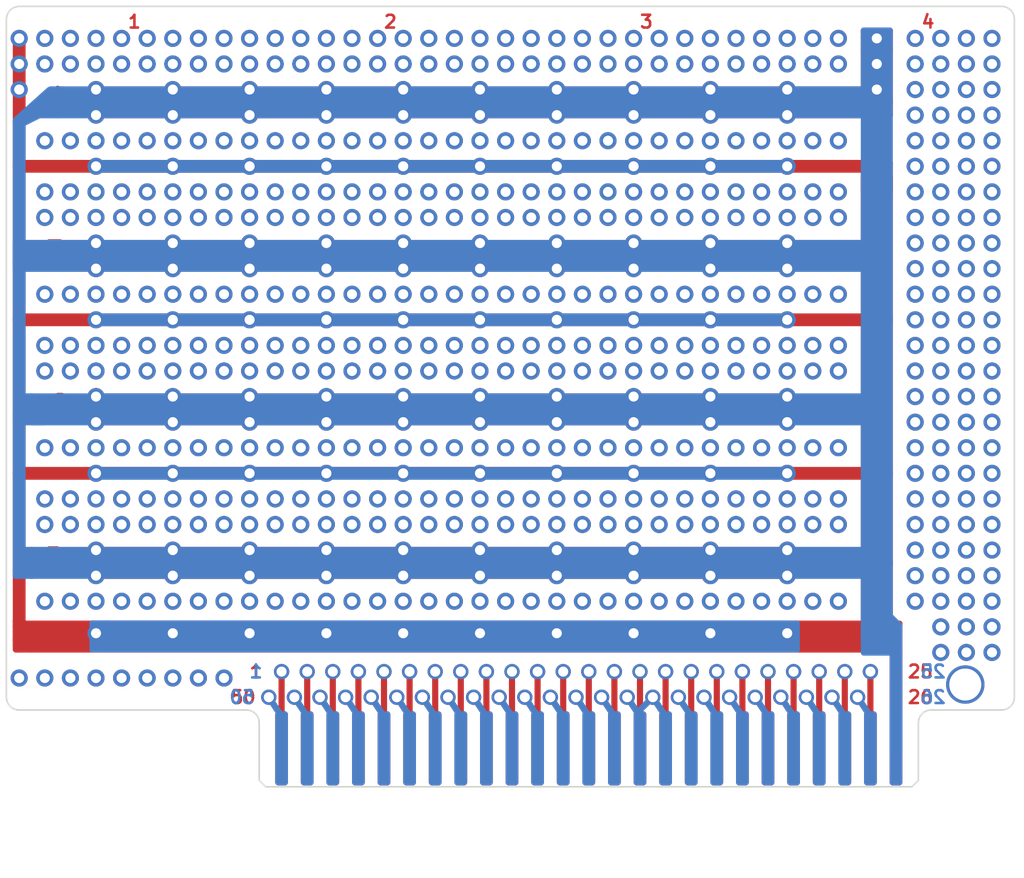
<source format=kicad_pcb>
(kicad_pcb (version 20221018) (generator pcbnew)
  (layers (0 "F.Cu" signal) (31 "B.Cu" signal) (34 "B.Paste" user) (35 "F.Paste" user) (36 "B.SilkS" user "B.Silkscreen") (37 "F.SilkS" user "F.Silkscreen") (38 "B.Mask" user) (39 "F.Mask" user) (44 "Edge.Cuts" user))
  (net 0 "")
  (net 1 "/A0")
  (net 2 "/A1")
  (net 3 "/A2")
  (net 4 "/A3")
  (net 5 "/A4")
  (net 6 "/A5")
  (net 7 "/A6")
  (net 8 "/A7")
  (net 9 "/A8")
  (net 10 "/A9")
  (net 11 "/A10")
  (net 12 "/A11")
  (net 13 "/A12")
  (net 14 "/A13")
  (net 15 "/A14")
  (net 16 "/A15")
  (net 17 "/R~{W}")
  (net 18 "/INTI")
  (net 19 "/DMAI")
  (net 20 "/INTO")
  (net 21 "/DMAO")
  (net 22 "/~{INH}")
  (net 23 "/PHI0")
  (net 24 "/~{DEV}")
  (net 25 "/D7")
  (net 26 "/D6")
  (net 27 "/D5")
  (net 28 "/D4")
  (net 29 "/D3")
  (net 30 "/D2")
  (net 31 "/D1")
  (net 32 "/D0")
  (net 33 "/+5V")
  (net 34 "/GND")
  (net 35 "Net-(J1-Pad1)")
  (net 36 "Net-(J1-Pad19)")
  (net 37 "Net-(J1-Pad20)")
  (net 38 "Net-(J1-Pad21)")
  (net 39 "Net-(J1-Pad22)")
  (net 40 "Net-(J1-Pad29)")
  (net 41 "Net-(J1-Pad30)")
  (net 42 "Net-(J1-Pad31)")
  (net 43 "Net-(J1-Pad33)")
  (net 44 "Net-(J1-Pad34)")
  (net 45 "Net-(J1-Pad35)")
  (net 46 "Net-(J1-Pad36)")
  (net 47 "Net-(J1-Pad37)")
  (net 48 "Net-(J1-Pad38)")
  (net 49 "Net-(J1-Pad39)")
  (net 50 "Net-(J1-Pad50)")
  (footprint "Connector_Pin:Pin_D1.0mm_L10.0mm" (layer "F.Cu") (at 129.54 96.52)
    (fp_text reference "REF**" hide)
    (fp_text value "Pin_D1.0mm_L10.0mm" hide)
  )
  (footprint "Connector_Pin:Pin_D1.0mm_L10.0mm" (layer "F.Cu") (at 127 76.2)
    (fp_text reference "REF**" hide)
    (fp_text value "Pin_D1.0mm_L10.0mm" hide)
  )
  (footprint "Connector_Pin:Pin_D1.0mm_L10.0mm" (layer "F.Cu") (at 149.86 91.44)
    (fp_text reference "REF**" hide)
    (fp_text value "Pin_D1.0mm_L10.0mm" hide)
  )
  (footprint "Connector_Pin:Pin_D1.0mm_L10.0mm" (layer "F.Cu") (at 99.06 83.82)
    (fp_text reference "REF**" hide)
    (fp_text value "Pin_D1.0mm_L10.0mm" hide)
  )
  (footprint "Connector_Pin:Pin_D1.0mm_L10.0mm" (layer "F.Cu") (at 157.48 99.06)
    (fp_text reference "REF**" hide)
    (fp_text value "Pin_D1.0mm_L10.0mm" hide)
  )
  (footprint "Connector_Pin:Pin_D1.0mm_L10.0mm" (layer "F.Cu") (at 154.94 96.52)
    (fp_text reference "REF**" hide)
    (fp_text value "Pin_D1.0mm_L10.0mm" hide)
  )
  (footprint "Connector_Pin:Pin_D1.0mm_L10.0mm" (layer "F.Cu") (at 81.28 53.34)
    (fp_text reference "REF**" hide)
    (fp_text value "Pin_D1.0mm_L10.0mm" hide)
  )
  (footprint "Connector_Pin:Pin_D1.0mm_L10.0mm" (layer "F.Cu") (at 91.44 83.82)
    (fp_text reference "REF**" hide)
    (fp_text value "Pin_D1.0mm_L10.0mm" hide)
  )
  (footprint "Connector_Pin:Pin_D1.0mm_L10.0mm" (layer "F.Cu") (at 149.86 53.34)
    (fp_text reference "REF**" hide)
    (fp_text value "Pin_D1.0mm_L10.0mm" hide)
  )
  (footprint "Connector_Pin:Pin_D1.0mm_L10.0mm" (layer "F.Cu") (at 132.08 99.06)
    (fp_text reference "REF**" hide)
    (fp_text value "Pin_D1.0mm_L10.0mm" hide)
  )
  (footprint "Connector_Pin:Pin_D1.0mm_L10.0mm" (layer "F.Cu") (at 106.68 78.74)
    (fp_text reference "REF**" hide)
    (fp_text value "Pin_D1.0mm_L10.0mm" hide)
  )
  (footprint "Connector_Pin:Pin_D1.0mm_L10.0mm" (layer "F.Cu") (at 99.06 99.06)
    (fp_text reference "REF**" hide)
    (fp_text value "Pin_D1.0mm_L10.0mm" hide)
  )
  (footprint "Connector_Pin:Pin_D1.0mm_L10.0mm" (layer "F.Cu") (at 121.92 99.06)
    (fp_text reference "REF**" hide)
    (fp_text value "Pin_D1.0mm_L10.0mm" hide)
  )
  (footprint "Connector_Pin:Pin_D1.0mm_L10.0mm" (layer "F.Cu") (at 170.18 91.44)
    (fp_text reference "REF**" hide)
    (fp_text value "Pin_D1.0mm_L10.0mm" hide)
  )
  (footprint "Connector_Pin:Pin_D1.0mm_L10.0mm" (layer "F.Cu") (at 129.54 71.12)
    (fp_text reference "REF**" hide)
    (fp_text value "Pin_D1.0mm_L10.0mm" hide)
  )
  (footprint "Connector_Pin:Pin_D1.0mm_L10.0mm" (layer "F.Cu") (at 78.74 66.04)
    (fp_text reference "REF**" hide)
    (fp_text value "Pin_D1.0mm_L10.0mm" hide)
  )
  (footprint "Connector_Pin:Pin_D1.0mm_L10.0mm" (layer "F.Cu") (at 106.68 83.82)
    (fp_text reference "REF**" hide)
    (fp_text value "Pin_D1.0mm_L10.0mm" hide)
  )
  (footprint "Connector_Pin:Pin_D1.0mm_L10.0mm" (layer "F.Cu") (at 114.3 88.9)
    (fp_text reference "REF**" hide)
    (fp_text value "Pin_D1.0mm_L10.0mm" hide)
  )
  (footprint "Connector_Pin:Pin_D1.0mm_L10.0mm" (layer "F.Cu") (at 154.94 60.96)
    (fp_text reference "REF**" hide)
    (fp_text value "Pin_D1.0mm_L10.0mm" hide)
  )
  (footprint "Connector_Pin:Pin_D1.0mm_L10.0mm" (layer "F.Cu") (at 106.68 93.98)
    (fp_text reference "REF**" hide)
    (fp_text value "Pin_D1.0mm_L10.0mm" hide)
  )
  (footprint "Connector_Pin:Pin_D1.0mm_L10.0mm" (layer "F.Cu") (at 167.64 66.04)
    (fp_text reference "REF**" hide)
    (fp_text value "Pin_D1.0mm_L10.0mm" hide)
  )
  (footprint "Connector_Pin:Pin_D1.0mm_L10.0mm" (layer "F.Cu") (at 149.86 50.8)
    (fp_text reference "REF**" hide)
    (fp_text value "Pin_D1.0mm_L10.0mm" hide)
  )
  (footprint "Connector_Pin:Pin_D1.0mm_L10.0mm" (layer "F.Cu") (at 96.52 96.52)
    (fp_text reference "REF**" hide)
    (fp_text value "Pin_D1.0mm_L10.0mm" hide)
  )
  (footprint "Connector_Pin:Pin_D1.0mm_L10.0mm" (layer "F.Cu") (at 147.32 91.44)
    (fp_text reference "REF**" hide)
    (fp_text value "Pin_D1.0mm_L10.0mm" hide)
  )
  (footprint "Connector_Pin:Pin_D1.0mm_L10.0mm" (layer "F.Cu") (at 81.28 76.2)
    (fp_text reference "REF**" hide)
    (fp_text value "Pin_D1.0mm_L10.0mm" hide)
  )
  (footprint "Connector_Pin:Pin_D1.0mm_L10.0mm" (layer "F.Cu") (at 137.16 106.68)
    (fp_text reference "REF**" hide)
    (fp_text value "Pin_D1.0mm_L10.0mm" hide)
  )
  (footprint "Connector_Pin:Pin_D1.0mm_L10.0mm" (layer "F.Cu") (at 152.4 91.44)
    (fp_text reference "REF**" hide)
    (fp_text value "Pin_D1.0mm_L10.0mm" hide)
  )
  (footprint "Connector_Pin:Pin_D1.0mm_L10.0mm" (layer "F.Cu") (at 167.64 76.2)
    (fp_text reference "REF**" hide)
    (fp_text value "Pin_D1.0mm_L10.0mm" hide)
  )
  (footprint "Connector_Pin:Pin_D1.0mm_L10.0mm" (layer "F.Cu") (at 154.94 50.8)
    (fp_text reference "REF**" hide)
    (fp_text value "Pin_D1.0mm_L10.0mm" hide)
  )
  (footprint "Connector_Pin:Pin_D1.0mm_L10.0mm" (layer "F.Cu") (at 132.08 53.34)
    (fp_text reference "REF**" hide)
    (fp_text value "Pin_D1.0mm_L10.0mm" hide)
  )
  (footprint "Connector_Pin:Pin_D1.0mm_L10.0mm" (layer "F.Cu") (at 83.82 109.855)
    (fp_text reference "REF**" hide)
    (fp_text value "Pin_D1.0mm_L10.0mm" hide)
  )
  (footprint "Connector_Pin:Pin_D1.0mm_L10.0mm" (layer "F.Cu") (at 99.06 104.14)
    (fp_text reference "REF**" hide)
    (fp_text value "Pin_D1.0mm_L10.0mm" hide)
  )
  (footprint "Connector_Pin:Pin_D1.0mm_L10.0mm" (layer "F.Cu") (at 137.16 50.8)
    (fp_text reference "REF**" hide)
    (fp_text value "Pin_D1.0mm_L10.0mm" hide)
  )
  (footprint "Connector_Pin:Pin_D1.0mm_L10.0mm" (layer "F.Cu") (at 99.06 91.44)
    (fp_text reference "REF**" hide)
    (fp_text value "Pin_D1.0mm_L10.0mm" hide)
  )
  (footprint "Connector_Pin:Pin_D1.0mm_L10.0mm" (layer "F.Cu") (at 111.76 81.28)
    (fp_text reference "REF**" hide)
    (fp_text value "Pin_D1.0mm_L10.0mm" hide)
  )
  (footprint "Connector_Pin:Pin_D1.0mm_L10.0mm" (layer "F.Cu") (at 167.64 111.76)
    (fp_text reference "REF**" hide)
    (fp_text value "Pin_D1.0mm_L10.0mm" hide)
  )
  (footprint "Connector_Pin:Pin_D1.0mm_L10.0mm" (layer "F.Cu") (at 154.94 81.28)
    (fp_text reference "REF**" hide)
    (fp_text value "Pin_D1.0mm_L10.0mm" hide)
  )
  (footprint "Connector_Pin:Pin_D1.0mm_L10.0mm" (layer "F.Cu") (at 167.64 99.06)
    (fp_text reference "REF**" hide)
    (fp_text value "Pin_D1.0mm_L10.0mm" hide)
  )
  (footprint "Connector_Pin:Pin_D1.0mm_L10.0mm" (layer "F.Cu") (at 109.22 106.68)
    (fp_text reference "REF**" hide)
    (fp_text value "Pin_D1.0mm_L10.0mm" hide)
  )
  (footprint "Connector_Pin:Pin_D1.0mm_L10.0mm" (layer "F.Cu") (at 170.18 63.5)
    (fp_text reference "REF**" hide)
    (fp_text value "Pin_D1.0mm_L10.0mm" hide)
  )
  (footprint "Connector_Pin:Pin_D1.0mm_L10.0mm" (layer "F.Cu") (at 78.74 91.44)
    (fp_text reference "REF**" hide)
    (fp_text value "Pin_D1.0mm_L10.0mm" hide)
  )
  (footprint "Connector_Pin:Pin_D1.0mm_L10.0mm" (layer "F.Cu") (at 109.22 96.52)
    (fp_text reference "REF**" hide)
    (fp_text value "Pin_D1.0mm_L10.0mm" hide)
  )
  (footprint "Connector_Pin:Pin_D1.0mm_L10.0mm" (layer "F.Cu") (at 144.78 91.44)
    (fp_text reference "REF**" hide)
    (fp_text value "Pin_D1.0mm_L10.0mm" hide)
  )
  (footprint "Connector_Pin:Pin_D1.0mm_L10.0mm" (layer "F.Cu") (at 167.64 106.68)
    (fp_text reference "REF**" hide)
    (fp_text value "Pin_D1.0mm_L10.0mm" hide)
  )
  (footprint "Connector_Pin:Pin_D1.0mm_L10.0mm" (layer "F.Cu") (at 172.72 88.9)
    (fp_text reference "REF**" hide)
    (fp_text value "Pin_D1.0mm_L10.0mm" hide)
  )
  (footprint "Connector_Pin:Pin_D1.0mm_L10.0mm" (layer "F.Cu") (at 157.48 50.8)
    (fp_text reference "REF**" hide)
    (fp_text value "Pin_D1.0mm_L10.0mm" hide)
  )
  (footprint "Connector_Pin:Pin_D1.0mm_L10.0mm" (layer "F.Cu") (at 149.86 66.04)
    (fp_text reference "REF**" hide)
    (fp_text value "Pin_D1.0mm_L10.0mm" hide)
  )
  (footprint "Connector_Pin:Pin_D1.0mm_L10.0mm" (layer "F.Cu") (at 106.68 71.12)
    (fp_text reference "REF**" hide)
    (fp_text value "Pin_D1.0mm_L10.0mm" hide)
  )
  (footprint "Connector_Pin:Pin_D1.0mm_L10.0mm" (layer "F.Cu") (at 114.3 63.5)
    (fp_text reference "REF**" hide)
    (fp_text value "Pin_D1.0mm_L10.0mm" hide)
  )
  (footprint "Connector_Pin:Pin_D1.0mm_L10.0mm" (layer "F.Cu") (at 137.16 73.66)
    (fp_text reference "REF**" hide)
    (fp_text value "Pin_D1.0mm_L10.0mm" hide)
  )
  (footprint "Connector_Pin:Pin_D1.0mm_L10.0mm" (layer "F.Cu") (at 114.3 58.42)
    (fp_text reference "REF**" hide)
    (fp_text value "Pin_D1.0mm_L10.0mm" hide)
  )
  (footprint "Connector_Pin:Pin_D1.0mm_L10.0mm" (layer "F.Cu") (at 99.06 101.6)
    (fp_text reference "REF**" hide)
    (fp_text value "Pin_D1.0mm_L10.0mm" hide)
  )
  (footprint "Connector_Pin:Pin_D1.0mm_L10.0mm" (layer "F.Cu") (at 88.9 53.34)
    (fp_text reference "REF**" hide)
    (fp_text value "Pin_D1.0mm_L10.0mm" hide)
  )
  (footprint "Connector_Pin:Pin_D1.0mm_L10.0mm" (layer "F.Cu") (at 114.3 106.68)
    (fp_text reference "REF**" hide)
    (fp_text value "Pin_D1.0mm_L10.0mm" hide)
  )
  (footprint "Connector_Pin:Pin_D1.0mm_L10.0mm" (layer "F.Cu") (at 101.6 91.44)
    (fp_text reference "REF**" hide)
    (fp_text value "Pin_D1.0mm_L10.0mm" hide)
  )
  (footprint "Connector_Pin:Pin_D1.0mm_L10.0mm" (layer "F.Cu") (at 129.54 76.2)
    (fp_text reference "REF**" hide)
    (fp_text value "Pin_D1.0mm_L10.0mm" hide)
  )
  (footprint "Connector_Pin:Pin_D1.0mm_L10.0mm" (layer "F.Cu") (at 83.82 88.9)
    (fp_text reference "REF**" hide)
    (fp_text value "Pin_D1.0mm_L10.0mm" hide)
  )
  (footprint "Connector_Pin:Pin_D1.0mm_L10.0mm" (layer "F.Cu") (at 86.36 60.96)
    (fp_text reference "REF**" hide)
    (fp_text value "Pin_D1.0mm_L10.0mm" hide)
  )
  (footprint "Connector_Pin:Pin_D1.0mm_L10.0mm" (layer "F.Cu") (at 127 106.68)
    (fp_text reference "REF**" hide)
    (fp_text value "Pin_D1.0mm_L10.0mm" hide)
  )
  (footprint "Connector_Pin:Pin_D1.0mm_L10.0mm" (layer "F.Cu") (at 83.82 96.52)
    (fp_text reference "REF**" hide)
    (fp_text value "Pin_D1.0mm_L10.0mm" hide)
  )
  (footprint "Connector_Pin:Pin_D1.0mm_L10.0mm" (layer "F.Cu") (at 170.18 68.58)
    (fp_text reference "REF**" hide)
    (fp_text value "Pin_D1.0mm_L10.0mm" hide)
  )
  (footprint "Connector_Pin:Pin_D1.0mm_L10.0mm" (layer "F.Cu") (at 154.94 66.04)
    (fp_text reference "REF**" hide)
    (fp_text value "Pin_D1.0mm_L10.0mm" hide)
  )
  (footprint "Connector_Pin:Pin_D1.0mm_L10.0mm" (layer "F.Cu") (at 88.9 60.96)
    (fp_text reference "REF**" hide)
    (fp_text value "Pin_D1.0mm_L10.0mm" hide)
  )
  (footprint "Connector_Pin:Pin_D1.0mm_L10.0mm" (layer "F.Cu") (at 121.92 60.96)
    (fp_text reference "REF**" hide)
    (fp_text value "Pin_D1.0mm_L10.0mm" hide)
  )
  (footprint "Connector_Pin:Pin_D1.0mm_L10.0mm" (layer "F.Cu") (at 167.64 68.58)
    (fp_text reference "REF**" hide)
    (fp_text value "Pin_D1.0mm_L10.0mm" hide)
  )
  (footprint "Connector_Pin:Pin_D1.0mm_L10.0mm" (layer "F.Cu") (at 129.54 88.9)
    (fp_text reference "REF**" hide)
    (fp_text value "Pin_D1.0mm_L10.0mm" hide)
  )
  (footprint "Connector_Pin:Pin_D1.0mm_L10.0mm" (layer "F.Cu") (at 121.92 109.855)
    (fp_text reference "REF**" hide)
    (fp_text value "Pin_D1.0mm_L10.0mm" hide)
  )
  (footprint "Connector_Pin:Pin_D1.0mm_L10.0mm" (layer "F.Cu") (at 78.74 68.58)
    (fp_text reference "REF**" hide)
    (fp_text value "Pin_D1.0mm_L10.0mm" hide)
  )
  (footprint "Connector_Pin:Pin_D1.0mm_L10.0mm" (layer "F.Cu") (at 137.16 86.36)
    (fp_text reference "REF**" hide)
    (fp_text value "Pin_D1.0mm_L10.0mm" hide)
  )
  (footprint "Connector_Pin:Pin_D1.0mm_L10.0mm" (layer "F.Cu") (at 170.18 71.12)
    (fp_text reference "REF**" hide)
    (fp_text value "Pin_D1.0mm_L10.0mm" hide)
  )
  (footprint "Connector_Pin:Pin_D1.0mm_L10.0mm" (layer "F.Cu") (at 93.98 76.2)
    (fp_text reference "REF**" hide)
    (fp_text value "Pin_D1.0mm_L10.0mm" hide)
  )
  (footprint "Connector_Pin:Pin_D1.0mm_L10.0mm" (layer "F.Cu") (at 132.08 66.04)
    (fp_text reference "REF**" hide)
    (fp_text value "Pin_D1.0mm_L10.0mm" hide)
  )
  (footprint "Connector_Pin:Pin_D1.0mm_L10.0mm" (layer "F.Cu") (at 88.9 83.82)
    (fp_text reference "REF**" hide)
    (fp_text value "Pin_D1.0mm_L10.0mm" hide)
  )
  (footprint "Connector_Pin:Pin_D1.0mm_L10.0mm" (layer "F.Cu") (at 167.64 96.52)
    (fp_text reference "REF**" hide)
    (fp_text value "Pin_D1.0mm_L10.0mm" hide)
  )
  (footprint "Connector_Pin:Pin_D1.0mm_L10.0mm" (layer "F.Cu") (at 152.4 106.68)
    (fp_text reference "REF**" hide)
    (fp_text value "Pin_D1.0mm_L10.0mm" hide)
  )
  (footprint "Connector_Pin:Pin_D1.0mm_L10.0mm" (layer "F.Cu") (at 109.22 81.28)
    (fp_text reference "REF**" hide)
    (fp_text value "Pin_D1.0mm_L10.0mm" hide)
  )
  (footprint "Connector_Pin:Pin_D1.0mm_L10.0mm" (layer "F.Cu") (at 152.4 50.8)
    (fp_text reference "REF**" hide)
    (fp_text value "Pin_D1.0mm_L10.0mm" hide)
  )
  (footprint "Connector_Pin:Pin_D1.0mm_L10.0mm" (layer "F.Cu") (at 116.84 96.52)
    (fp_text reference "REF**" hide)
    (fp_text value "Pin_D1.0mm_L10.0mm" hide)
  )
  (footprint "Connector_Pin:Pin_D1.0mm_L10.0mm" (layer "F.Cu") (at 127 96.52)
    (fp_text reference "REF**" hide)
    (fp_text value "Pin_D1.0mm_L10.0mm" hide)
  )
  (footprint "Connector_Pin:Pin_D1.0mm_L10.0mm" (layer "F.Cu") (at 144.78 86.36)
    (fp_text reference "REF**" hide)
    (fp_text value "Pin_D1.0mm_L10.0mm" hide)
  )
  (footprint "Connector_Pin:Pin_D1.0mm_L10.0mm" (layer "F.Cu") (at 165.1 101.6)
    (fp_text reference "REF**" hide)
    (fp_text value "Pin_D1.0mm_L10.0mm" hide)
  )
  (footprint "Connector_Pin:Pin_D1.0mm_L10.0mm" (layer "F.Cu") (at 114.3 91.44)
    (fp_text reference "REF**" hide)
    (fp_text value "Pin_D1.0mm_L10.0mm" hide)
  )
  (footprint "Connector_Pin:Pin_D1.0mm_L10.0mm" (layer "F.Cu") (at 167.64 73.66)
    (fp_text reference "REF**" hide)
    (fp_text value "Pin_D1.0mm_L10.0mm" hide)
  )
  (footprint "Connector_Pin:Pin_D1.0mm_L10.0mm" (layer "F.Cu") (at 101.6 76.2)
    (fp_text reference "REF**" hide)
    (fp_text value "Pin_D1.0mm_L10.0mm" hide)
  )
  (footprint "Connector_Pin:Pin_D1.0mm_L10.0mm" (layer "F.Cu") (at 91.44 106.68)
    (fp_text reference "REF**" hide)
    (fp_text value "Pin_D1.0mm_L10.0mm" hide)
  )
  (footprint "Connector_Pin:Pin_D1.0mm_L10.0mm" (layer "F.Cu") (at 91.44 55.88)
    (fp_text reference "REF**" hide)
    (fp_text value "Pin_D1.0mm_L10.0mm" hide)
  )
  (footprint "Connector_Pin:Pin_D1.0mm_L10.0mm" (layer "F.Cu") (at 83.82 99.06)
    (fp_text reference "REF**" hide)
    (fp_text value "Pin_D1.0mm_L10.0mm" hide)
  )
  (footprint "Connector_Pin:Pin_D1.0mm_L10.0mm" (layer "F.Cu") (at 81.28 60.96)
    (fp_text reference "REF**" hide)
    (fp_text value "Pin_D1.0mm_L10.0mm" hide)
  )
  (footprint "Connector_Pin:Pin_D1.0mm_L10.0mm" (layer "F.Cu") (at 104.14 60.96)
    (fp_text reference "REF**" hide)
    (fp_text value "Pin_D1.0mm_L10.0mm" hide)
  )
  (footprint "Connector_Pin:Pin_D1.0mm_L10.0mm" (layer "F.Cu") (at 99.06 86.36)
    (fp_text reference "REF**" hide)
    (fp_text value "Pin_D1.0mm_L10.0mm" hide)
  )
  (footprint "Connector_Pin:Pin_D1.0mm_L10.0mm" (layer "F.Cu") (at 172.72 66.04)
    (fp_text reference "REF**" hide)
    (fp_text value "Pin_D1.0mm_L10.0mm" hide)
  )
  (footprint "Connector_Pin:Pin_D1.0mm_L10.0mm" (layer "F.Cu") (at 165.1 55.88)
    (fp_text reference "REF**" hide)
    (fp_text value "Pin_D1.0mm_L10.0mm" hide)
  )
  (footprint "Connector_Pin:Pin_D1.0mm_L10.0mm" (layer "F.Cu") (at 144.78 109.855)
    (fp_text reference "REF**" hide)
    (fp_text value "Pin_D1.0mm_L10.0mm" hide)
  )
  (footprint "Connector_Pin:Pin_D1.0mm_L10.0mm" (layer "F.Cu") (at 170.18 93.98)
    (fp_text reference "REF**" hide)
    (fp_text value "Pin_D1.0mm_L10.0mm" hide)
  )
  (footprint "Connector_Pin:Pin_D1.0mm_L10.0mm" (layer "F.Cu") (at 152.4 86.36)
    (fp_text reference "REF**" hide)
    (fp_text value "Pin_D1.0mm_L10.0mm" hide)
  )
  (footprint "Connector_Pin:Pin_D1.0mm_L10.0mm" (layer "F.Cu") (at 144.78 55.88)
    (fp_text reference "REF**" hide)
    (fp_text value "Pin_D1.0mm_L10.0mm" hide)
  )
  (footprint "Connector_Pin:Pin_D1.0mm_L10.0mm" (layer "F.Cu") (at 144.78 71.12)
    (fp_text reference "REF**" hide)
    (fp_text value "Pin_D1.0mm_L10.0mm" hide)
  )
  (footprint "Connector_Pin:Pin_D1.0mm_L10.0mm" (layer "F.Cu") (at 172.72 111.76)
    (fp_text reference "REF**" hide)
    (fp_text value "Pin_D1.0mm_L10.0mm" hide)
  )
  (footprint "Connector_Pin:Pin_D1.0mm_L10.0mm" (layer "F.Cu") (at 88.9 50.8)
    (fp_text reference "REF**" hide)
    (fp_text value "Pin_D1.0mm_L10.0mm" hide)
  )
  (footprint "Connector_Pin:Pin_D1.0mm_L10.0mm" (layer "F.Cu") (at 91.44 91.44)
    (fp_text reference "REF**" hide)
    (fp_text value "Pin_D1.0mm_L10.0mm" hide)
  )
  (footprint "Connector_Pin:Pin_D1.0mm_L10.0mm" (layer "F.Cu") (at 119.38 66.04)
    (fp_text reference "REF**" hide)
    (fp_text value "Pin_D1.0mm_L10.0mm" hide)
  )
  (footprint "Connector_Pin:Pin_D1.0mm_L10.0mm" (layer "F.Cu") (at 101.6 50.8)
    (fp_text reference "REF**" hide)
    (fp_text value "Pin_D1.0mm_L10.0mm" hide)
  )
  (footprint "Connector_Pin:Pin_D1.0mm_L10.0mm" (layer "F.Cu") (at 167.64 50.8)
    (fp_text reference "REF**" hide)
    (fp_text value "Pin_D1.0mm_L10.0mm" hide)
  )
  (footprint "Connector_Pin:Pin_D1.0mm_L10.0mm" (layer "F.Cu") (at 137.16 109.855)
    (fp_text reference "REF**" hide)
    (fp_text value "Pin_D1.0mm_L10.0mm" hide)
  )
  (footprint "Connector_Pin:Pin_D1.0mm_L10.0mm" (layer "F.Cu") (at 86.36 68.58)
    (fp_text reference "REF**" hide)
    (fp_text value "Pin_D1.0mm_L10.0mm" hide)
  )
  (footprint "Connector_Pin:Pin_D1.0mm_L10.0mm" (layer "F.Cu") (at 109.22 50.8)
    (fp_text reference "REF**" hide)
    (fp_text value "Pin_D1.0mm_L10.0mm" hide)
  )
  (footprint "Connector_Pin:Pin_D1.0mm_L10.0mm" (layer "F.Cu") (at 91.44 96.52)
    (fp_text reference "REF**" hide)
    (fp_text value "Pin_D1.0mm_L10.0mm" hide)
  )
  (footprint "Connector_Pin:Pin_D1.0mm_L10.0mm" (layer "F.Cu") (at 129.54 73.66)
    (fp_text reference "REF**" hide)
    (fp_text value "Pin_D1.0mm_L10.0mm" hide)
  )
  (footprint "Connector_Pin:Pin_D1.0mm_L10.0mm" (layer "F.Cu") (at 129.54 81.28)
    (fp_text reference "REF**" hide)
    (fp_text value "Pin_D1.0mm_L10.0mm" hide)
  )
  (footprint "Connector_Pin:Pin_D1.0mm_L10.0mm" (layer "F.Cu") (at 144.78 81.28)
    (fp_text reference "REF**" hide)
    (fp_text value "Pin_D1.0mm_L10.0mm" hide)
  )
  (footprint "Connector_Pin:Pin_D1.0mm_L10.0mm" (layer "F.Cu") (at 167.64 93.98)
    (fp_text reference "REF**" hide)
    (fp_text value "Pin_D1.0mm_L10.0mm" hide)
  )
  (footprint "Connector_Pin:Pin_D1.0mm_L10.0mm" (layer "F.Cu") (at 172.72 96.52)
    (fp_text reference "REF**" hide)
    (fp_text value "Pin_D1.0mm_L10.0mm" hide)
  )
  (footprint "Connector_Pin:Pin_D1.0mm_L10.0mm" (layer "F.Cu") (at 142.24 106.68)
    (fp_text reference "REF**" hide)
    (fp_text value "Pin_D1.0mm_L10.0mm" hide)
  )
  (footprint "Connector_Pin:Pin_D1.0mm_L10.0mm" (layer "F.Cu") (at 86.36 66.04)
    (fp_text reference "REF**" hide)
    (fp_text value "Pin_D1.0mm_L10.0mm" hide)
  )
  (footprint "Connector_Pin:Pin_D1.0mm_L10.0mm" (layer "F.Cu") (at 106.68 88.9)
    (fp_text reference "REF**" hide)
    (fp_text value "Pin_D1.0mm_L10.0mm" hide)
  )
  (footprint "Connector_Pin:Pin_D1.0mm_L10.0mm" (layer "F.Cu") (at 147.32 60.96)
    (fp_text reference "REF**" hide)
    (fp_text value "Pin_D1.0mm_L10.0mm" hide)
  )
  (footprint "Connector_Pin:Pin_D1.0mm_L10.0mm" (layer "F.Cu") (at 109.22 99.06)
    (fp_text reference "REF**" hide)
    (fp_text value "Pin_D1.0mm_L10.0mm" hide)
  )
  (footprint "Connector_Pin:Pin_D1.0mm_L10.0mm" (layer "F.Cu") (at 170.18 83.82)
    (fp_text reference "REF**" hide)
    (fp_text value "Pin_D1.0mm_L10.0mm" hide)
  )
  (footprint "Connector_Pin:Pin_D1.0mm_L10.0mm" (layer "F.Cu") (at 170.18 99.06)
    (fp_text reference "REF**" hide)
    (fp_text value "Pin_D1.0mm_L10.0mm" hide)
  )
  (footprint "Connector_Pin:Pin_D1.0mm_L10.0mm" (layer "F.Cu") (at 88.9 91.44)
    (fp_text reference "REF**" hide)
    (fp_text value "Pin_D1.0mm_L10.0mm" hide)
  )
  (footprint "Connector_Pin:Pin_D1.0mm_L10.0mm" (layer "F.Cu") (at 134.62 96.52)
    (fp_text reference "REF**" hide)
    (fp_text value "Pin_D1.0mm_L10.0mm" hide)
  )
  (footprint "Connector_Pin:Pin_D1.0mm_L10.0mm" (layer "F.Cu") (at 93.98 53.34)
    (fp_text reference "REF**" hide)
    (fp_text value "Pin_D1.0mm_L10.0mm" hide)
  )
  (footprint "Connector_Pin:Pin_D1.0mm_L10.0mm" (layer "F.Cu") (at 134.62 53.34)
    (fp_text reference "REF**" hide)
    (fp_text value "Pin_D1.0mm_L10.0mm" hide)
  )
  (footprint "Connector_Pin:Pin_D1.0mm_L10.0mm" (layer "F.Cu") (at 129.54 78.74)
    (fp_text reference "REF**" hide)
    (fp_text value "Pin_D1.0mm_L10.0mm" hide)
  )
  (footprint "Connector_Pin:Pin_D1.0mm_L10.0mm" (layer "F.Cu") (at 119.38 76.2)
    (fp_text reference "REF**" hide)
    (fp_text value "Pin_D1.0mm_L10.0mm" hide)
  )
  (footprint "Connector_Pin:Pin_D1.0mm_L10.0mm" (layer "F.Cu") (at 96.52 83.82)
    (fp_text reference "REF**" hide)
    (fp_text value "Pin_D1.0mm_L10.0mm" hide)
  )
  (footprint "Connector_Pin:Pin_D1.0mm_L10.0mm" (layer "F.Cu") (at 172.72 76.2)
    (fp_text reference "REF**" hide)
    (fp_text value "Pin_D1.0mm_L10.0mm" hide)
  )
  (footprint "Connector_Pin:Pin_D1.0mm_L10.0mm" (layer "F.Cu") (at 91.44 66.04)
    (fp_text reference "REF**" hide)
    (fp_text value "Pin_D1.0mm_L10.0mm" hide)
  )
  (footprint "Connector_Pin:Pin_D1.0mm_L10.0mm" (layer "F.Cu") (at 139.7 68.58)
    (fp_text reference "REF**" hide)
    (fp_text value "Pin_D1.0mm_L10.0mm" hide)
  )
  (footprint "Connector_Pin:Pin_D1.0mm_L10.0mm" (layer "F.Cu") (at 83.82 104.14)
    (fp_text reference "REF**" hide)
    (fp_text value "Pin_D1.0mm_L10.0mm" hide)
  )
  (footprint "Connector_Pin:Pin_D1.0mm_L10.0mm" (layer "F.Cu") (at 132.08 96.52)
    (fp_text reference "REF**" hide)
    (fp_text value "Pin_D1.0mm_L10.0mm" hide)
  )
  (footprint "Connector_Pin:Pin_D1.0mm_L10.0mm" (layer "F.Cu") (at 157.48 76.2)
    (fp_text reference "REF**" hide)
    (fp_text value "Pin_D1.0mm_L10.0mm" hide)
  )
  (footprint "Connector_Pin:Pin_D1.0mm_L10.0mm" (layer "F.Cu") (at 114.3 78.74)
    (fp_text reference "REF**" hide)
    (fp_text value "Pin_D1.0mm_L10.0mm" hide)
  )
  (footprint "Connector_Pin:Pin_D1.0mm_L10.0mm" (layer "F.Cu") (at 83.82 81.28)
    (fp_text reference "REF**" hide)
    (fp_text value "Pin_D1.0mm_L10.0mm" hide)
  )
  (footprint "Connector_Pin:Pin_D1.0mm_L10.0mm" (layer "F.Cu") (at 121.92 66.04)
    (fp_text reference "REF**" hide)
    (fp_text value "Pin_D1.0mm_L10.0mm" hide)
  )
  (footprint "Connector_Pin:Pin_D1.0mm_L10.0mm" (layer "F.Cu") (at 96.52 76.2)
    (fp_text reference "REF**" hide)
    (fp_text value "Pin_D1.0mm_L10.0mm" hide)
  )
  (footprint "Connector_Pin:Pin_D1.0mm_L10.0mm" (layer "F.Cu") (at 99.06 50.8)
    (fp_text reference "REF**" hide)
    (fp_text value "Pin_D1.0mm_L10.0mm" hide)
  )
  (footprint "Connector_Pin:Pin_D1.0mm_L10.0mm" (layer "F.Cu") (at 116.84 50.8)
    (fp_text reference "REF**" hide)
    (fp_text value "Pin_D1.0mm_L10.0mm" hide)
  )
  (footprint "Connector_Pin:Pin_D1.0mm_L10.0mm" (layer "F.Cu") (at 165.1 58.42)
    (fp_text reference "REF**" hide)
    (fp_text value "Pin_D1.0mm_L10.0mm" hide)
  )
  (footprint "Connector_Pin:Pin_D1.0mm_L10.0mm" (layer "F.Cu") (at 172.72 78.74)
    (fp_text reference "REF**" hide)
    (fp_text value "Pin_D1.0mm_L10.0mm" hide)
  )
  (footprint "Connector_Pin:Pin_D1.0mm_L10.0mm" (layer "F.Cu") (at 142.24 96.52)
    (fp_text reference "REF**" hide)
    (fp_text value "Pin_D1.0mm_L10.0mm" hide)
  )
  (footprint "Connector_Pin:Pin_D1.0mm_L10.0mm" (layer "F.Cu") (at 106.68 106.68)
    (fp_text reference "REF**" hide)
    (fp_text value "Pin_D1.0mm_L10.0mm" hide)
  )
  (footprint "Connector_Pin:Pin_D1.0mm_L10.0mm" (layer "F.Cu") (at 83.82 86.36)
    (fp_text reference "REF**" hide)
    (fp_text value "Pin_D1.0mm_L10.0mm" hide)
  )
  (footprint "Connector_Pin:Pin_D1.0mm_L10.0mm" (layer "F.Cu") (at 165.1 68.58)
    (fp_text reference "REF**" hide)
    (fp_text value "Pin_D1.0mm_L10.0mm" hide)
  )
  (footprint "Connector_Pin:Pin_D1.0mm_L10.0mm" (layer "F.Cu") (at 96.52 106.68)
    (fp_text reference "REF**" hide)
    (fp_text value "Pin_D1.0mm_L10.0mm" hide)
  )
  (footprint "Connector_Pin:Pin_D1.0mm_L10.0mm" (layer "F.Cu") (at 167.64 86.36)
    (fp_text reference "REF**" hide)
    (fp_text value "Pin_D1.0mm_L10.0mm" hide)
  )
  (footprint "Connector_Pin:Pin_D1.0mm_L10.0mm" (layer "F.Cu") (at 124.46 53.34)
    (fp_text reference "REF**" hide)
    (fp_text value "Pin_D1.0mm_L10.0mm" hide)
  )
  (footprint "Connector_Pin:Pin_D1.0mm_L10.0mm" (layer "F.Cu") (at 139.7 96.52)
    (fp_text reference "REF**" hide)
    (fp_text value "Pin_D1.0mm_L10.0mm" hide)
  )
  (footprint "Connector_Pin:Pin_D1.0mm_L10.0mm" (layer "F.Cu") (at 93.98 81.28)
    (fp_text reference "REF**" hide)
    (fp_text value "Pin_D1.0mm_L10.0mm" hide)
  )
  (footprint "Connector_Pin:Pin_D1.0mm_L10.0mm" (layer "F.Cu") (at 132.08 68.58)
    (fp_text reference "REF**" hide)
    (fp_text value "Pin_D1.0mm_L10.0mm" hide)
  )
  (footprint "Connector_Pin:Pin_D1.0mm_L10.0mm" (layer "F.Cu") (at 139.7 91.44)
    (fp_text reference "REF**" hide)
    (fp_text value "Pin_D1.0mm_L10.0mm" hide)
  )
  (footprint "Connector_Pin:Pin_D1.0mm_L10.0mm" (layer "F.Cu") (at 127 91.44)
    (fp_text reference "REF**" hide)
    (fp_text value "Pin_D1.0mm_L10.0mm" hide)
  )
  (footprint "Connector_Pin:Pin_D1.0mm_L10.0mm" (layer "F.Cu") (at 96.52 68.58)
    (fp_text reference "REF**" hide)
    (fp_text value "Pin_D1.0mm_L10.0mm" hide)
  )
  (footprint "Connector_Pin:Pin_D1.0mm_L10.0mm" (layer "F.Cu") (at 170.18 104.14)
    (fp_text reference "REF**" hide)
    (fp_text value "Pin_D1.0mm_L10.0mm" hide)
  )
  (footprint "Connector_Pin:Pin_D1.0mm_L10.0mm" (layer "F.Cu") (at 81.28 66.04)
    (fp_text reference "REF**" hide)
    (fp_text value "Pin_D1.0mm_L10.0mm" hide)
  )
  (footprint "Connector_Pin:Pin_D1.0mm_L10.0mm" (layer "F.Cu") (at 116.84 60.96)
    (fp_text reference "REF**" hide)
    (fp_text value "Pin_D1.0mm_L10.0mm" hide)
  )
  (footprint "Connector_Pin:Pin_D1.0mm_L10.0mm" (layer "F.Cu") (at 165.1 63.5)
    (fp_text reference "REF**" hide)
    (fp_text value "Pin_D1.0mm_L10.0mm" hide)
  )
  (footprint "Connector_Pin:Pin_D1.0mm_L10.0mm" (layer "F.Cu") (at 124.46 60.96)
    (fp_text reference "REF**" hide)
    (fp_text value "Pin_D1.0mm_L10.0mm" hide)
  )
  (footprint "Connector_Pin:Pin_D1.0mm_L10.0mm" (layer "F.Cu") (at 114.3 104.14)
    (fp_text reference "REF**" hide)
    (fp_text value "Pin_D1.0mm_L10.0mm" hide)
  )
  (footprint "Connector_Pin:Pin_D1.0mm_L10.0mm" (layer "F.Cu") (at 83.82 83.82)
    (fp_text reference "REF**" hide)
    (fp_text value "Pin_D1.0mm_L10.0mm" hide)
  )
  (footprint "Connector_Pin:Pin_D1.0mm_L10.0mm" (layer "F.Cu") (at 114.3 86.36)
    (fp_text reference "REF**" hide)
    (fp_text value "Pin_D1.0mm_L10.0mm" hide)
  )
  (footprint "Connector_Pin:Pin_D1.0mm_L10.0mm" (layer "F.Cu") (at 99.06 78.74)
    (fp_text reference "REF**" hide)
    (fp_text value "Pin_D1.0mm_L10.0mm" hide)
  )
  (footprint "Connector_Pin:Pin_D1.0mm_L10.0mm" (layer "F.Cu") (at 101.6 81.28)
    (fp_text reference "REF**" hide)
    (fp_text value "Pin_D1.0mm_L10.0mm" hide)
  )
  (footprint "Connector_Pin:Pin_D1.0mm_L10.0mm" (layer "F.Cu") (at 114.3 76.2)
    (fp_text reference "REF**" hide)
    (fp_text value "Pin_D1.0mm_L10.0mm" hide)
  )
  (footprint "Connector_Pin:Pin_D1.0mm_L10.0mm" (layer "F.Cu") (at 99.06 81.28)
    (fp_text reference "REF**" hide)
    (fp_text value "Pin_D1.0mm_L10.0mm" hide)
  )
  (footprint "Connector_Pin:Pin_D1.0mm_L10.0mm" (layer "F.Cu") (at 129.54 50.8)
    (fp_text reference "REF**" hide)
    (fp_text value "Pin_D1.0mm_L10.0mm" hide)
  )
  (footprint "Connector_Pin:Pin_D1.0mm_L10.0mm" (layer "F.Cu") (at 88.9 96.52)
    (fp_text reference "REF**" hide)
    (fp_text value "Pin_D1.0mm_L10.0mm" hide)
  )
  (footprint "Connector_Pin:Pin_D1.0mm_L10.0mm" (layer "F.Cu") (at 83.82 53.34)
    (fp_text reference "REF**" hide)
    (fp_text value "Pin_D1.0mm_L10.0mm" hide)
  )
  (footprint "Connector_Pin:Pin_D1.0mm_L10.0mm" (layer "F.Cu") (at 91.44 99.06)
    (fp_text reference "REF**" hide)
    (fp_text value "Pin_D1.0mm_L10.0mm" hide)
  )
  (footprint "Connector_Pin:Pin_D1.0mm_L10.0mm" (layer "F.Cu") (at 124.46 83.82)
    (fp_text reference "REF**" hide)
    (fp_text value "Pin_D1.0mm_L10.0mm" hide)
  )
  (footprint "Connector_Pin:Pin_D1.0mm_L10.0mm" (layer "F.Cu") (at 149.86 68.58)
    (fp_text reference "REF**" hide)
    (fp_text value "Pin_D1.0mm_L10.0mm" hide)
  )
  (footprint "Connector_Pin:Pin_D1.0mm_L10.0mm" (layer "F.Cu") (at 170.18 106.68)
    (fp_text reference "REF**" hide)
    (fp_text value "Pin_D1.0mm_L10.0mm" hide)
  )
  (footprint "Connector_Pin:Pin_D1.0mm_L10.0mm" (layer "F.Cu") (at 78.74 114.3)
    (fp_text reference "REF**" hide)
    (fp_text value "Pin_D1.0mm_L10.0mm" hide)
  )
  (footprint "Connector_Pin:Pin_D1.0mm_L10.0mm" (layer "F.Cu") (at 147.32 53.34)
    (fp_text reference "REF**" hide)
    (fp_text value "Pin_D1.0mm_L10.0mm" hide)
  )
  (footprint "Connector_Pin:Pin_D1.0mm_L10.0mm" (layer "F.Cu") (at 144.78 60.96)
    (fp_text reference "REF**" hide)
    (fp_text value "Pin_D1.0mm_L10.0mm" hide)
  )
  (footprint "Connector_Pin:Pin_D1.0mm_L10.0mm" (layer "F.Cu") (at 127 83.82)
    (fp_text reference "REF**" hide)
    (fp_text value "Pin_D1.0mm_L10.0mm" hide)
  )
  (footprint "Connector_Pin:Pin_D1.0mm_L10.0mm" (layer "F.Cu") (at 167.64 109.22)
    (fp_text reference "REF**" hide)
    (fp_text value "Pin_D1.0mm_L10.0mm" hide)
  )
  (footprint "Connector_Pin:Pin_D1.0mm_L10.0mm" (layer "F.Cu") (at 157.48 91.44)
    (fp_text reference "REF**" hide)
    (fp_text value "Pin_D1.0mm_L10.0mm" hide)
  )
  (footprint "Connector_Pin:Pin_D1.0mm_L10.0mm" (layer "F.Cu") (at 99.06 96.52)
    (fp_text reference "REF**" hide)
    (fp_text value "Pin_D1.0mm_L10.0mm" hide)
  )
  (footprint "Connector_Pin:Pin_D1.0mm_L10.0mm" (layer "F.Cu") (at 78.74 106.68)
    (fp_text reference "REF**" hide)
    (fp_text value "Pin_D1.0mm_L10.0mm" hide)
  )
  (footprint "Connector_Pin:Pin_D1.0mm_L10.0mm" (layer "F.Cu") (at 121.92 83.82)
    (fp_text reference "REF**" hide)
    (fp_text value "Pin_D1.0mm_L10.0mm" hide)
  )
  (footprint "Connector_Pin:Pin_D1.0mm_L10.0mm" (layer "F.Cu") (at 83.82 106.68)
    (fp_text reference "REF**" hide)
    (fp_text value "Pin_D1.0mm_L10.0mm" hide)
  )
  (footprint "Connector_Pin:Pin_D1.0mm_L10.0mm" (layer "F.Cu") (at 129.54 60.96)
    (fp_text reference "REF**" hide)
    (fp_text value "Pin_D1.0mm_L10.0mm" hide)
  )
  (footprint "Connector_Pin:Pin_D1.0mm_L10.0mm" (layer "F.Cu") (at 149.86 99.06)
    (fp_text reference "REF**" hide)
    (fp_text value "Pin_D1.0mm_L10.0mm" hide)
  )
  (footprint "Connector_Pin:Pin_D1.0mm_L10.0mm" (layer "F.Cu") (at 83.82 71.12)
    (fp_text reference "REF**" hide)
    (fp_text value "Pin_D1.0mm_L10.0mm" hide)
  )
  (footprint "Connector_Pin:Pin_D1.0mm_L10.0mm" (layer "F.Cu") (at 137.16 55.88)
    (fp_text reference "REF**" hide)
    (fp_text value "Pin_D1.0mm_L10.0mm" hide)
  )
  (footprint "Connector_Pin:Pin_D1.0mm_L10.0mm" (layer "F.Cu") (at 137.16 60.96)
    (fp_text reference "REF**" hide)
    (fp_text value "Pin_D1.0mm_L10.0mm" hide)
  )
  (footprint "Connector_Pin:Pin_D1.0mm_L10.0mm" (layer "F.Cu") (at 137.16 78.74)
    (fp_text reference "REF**" hide)
    (fp_text value "Pin_D1.0mm_L10.0mm" hide)
  )
  (footprint "Connector_Pin:Pin_D1.0mm_L10.0mm" (layer "F.Cu") (at 172.72 68.58)
    (fp_text reference "REF**" hide)
    (fp_text value "Pin_D1.0mm_L10.0mm" hide)
  )
  (footprint "Connector_Pin:Pin_D1.0mm_L10.0mm" (layer "F.Cu") (at 88.9 68.58)
    (fp_text reference "REF**" hide)
    (fp_text value "Pin_D1.0mm_L10.0mm" hide)
  )
  (footprint "Connector_Pin:Pin_D1.0mm_L10.0mm" (layer "F.Cu") (at 119.38 91.44)
    (fp_text reference "REF**" hide)
    (fp_text value "Pin_D1.0mm_L10.0mm" hide)
  )
  (footprint "Connector_Pin:Pin_D1.0mm_L10.0mm" (layer "F.Cu") (at 147.32 96.52)
    (fp_text reference "REF**" hide)
    (fp_text value "Pin_D1.0mm_L10.0mm" hide)
  )
  (footprint "Connector_Pin:Pin_D1.0mm_L10.0mm" (layer "F.Cu") (at 142.24 60.96)
    (fp_text reference "REF**" hide)
    (fp_text value "Pin_D1.0mm_L10.0mm" hide)
  )
  (footprint "Connector_Pin:Pin_D1.0mm_L10.0mm" (layer "F.Cu") (at 121.92 53.34)
    (fp_text reference "REF**" hide)
    (fp_text value "Pin_D1.0mm_L10.0mm" hide)
  )
  (footprint "Connector_Pin:Pin_D1.0mm_L10.0mm" (layer "F.Cu") (at 96.52 50.8)
    (fp_text reference "REF**" hide)
    (fp_text value "Pin_D1.0mm_L10.0mm" hide)
  )
  (footprint "Connector_Pin:Pin_D1.0mm_L10.0mm" (layer "F.Cu") (at 93.98 96.52)
    (fp_text reference "REF**" hide)
    (fp_text value "Pin_D1.0mm_L10.0mm" hide)
  )
  (footprint "Connector_Pin:Pin_D1.0mm_L10.0mm" (layer "F.Cu") (at 93.98 60.96)
    (fp_text reference "REF**" hide)
    (fp_text value "Pin_D1.0mm_L10.0mm" hide)
  )
  (footprint "Connector_Pin:Pin_D1.0mm_L10.0mm" (layer "F.Cu") (at 167.64 83.82)
    (fp_text reference "REF**" hide)
    (fp_text value "Pin_D1.0mm_L10.0mm" hide)
  )
  (footprint "Connector_Pin:Pin_D1.0mm_L10.0mm" (layer "F.Cu") (at 139.7 60.96)
    (fp_text reference "REF**" hide)
    (fp_text value "Pin_D1.0mm_L10.0mm" hide)
  )
  (footprint "Connector_Pin:Pin_D1.0mm_L10.0mm" (layer "F.Cu") (at 96.52 114.3)
    (fp_text reference "REF**" hide)
    (fp_text value "Pin_D1.0mm_L10.0mm" hide)
  )
  (footprint "Connector_Pin:Pin_D1.0mm_L10.0mm" (layer "F.Cu") (at 111.76 91.44)
    (fp_text reference "REF**" hide)
    (fp_text value "Pin_D1.0mm_L10.0mm" hide)
  )
  (footprint "Connector_Pin:Pin_D1.0mm_L10.0mm" (layer "F.Cu") (at 81.28 83.82)
    (fp_text reference "REF**" hide)
    (fp_text value "Pin_D1.0mm_L10.0mm" hide)
  )
  (footprint "Connector_Pin:Pin_D1.0mm_L10.0mm" (layer "F.Cu") (at 109.22 60.96)
    (fp_text reference "REF**" hide)
    (fp_text value "Pin_D1.0mm_L10.0mm" hide)
  )
  (footprint "Connector_Pin:Pin_D1.0mm_L10.0mm" (layer "F.Cu") (at 121.92 71.12)
    (fp_text reference "REF**" hide)
    (fp_text value "Pin_D1.0mm_L10.0mm" hide)
  )
  (footprint "Connector_Pin:Pin_D1.0mm_L10.0mm" (layer "F.Cu") (at 152.4 68.58)
    (fp_text reference "REF**" hide)
    (fp_text value "Pin_D1.0mm_L10.0mm" hide)
  )
  (footprint "Connector_Pin:Pin_D1.0mm_L10.0mm" (layer "F.Cu") (at 83.82 78.74)
    (fp_text reference "REF**" hide)
    (fp_text value "Pin_D1.0mm_L10.0mm" hide)
  )
  (footprint "Connector_Pin:Pin_D1.0mm_L10.0mm" (layer "F.Cu") (at 167.64 91.44)
    (fp_text reference "REF**" hide)
    (fp_text value "Pin_D1.0mm_L10.0mm" hide)
  )
  (footprint "Connector_Pin:Pin_D1.0mm_L10.0mm" (layer "F.Cu") (at 170.18 76.2)
    (fp_text reference "REF**" hide)
    (fp_text value "Pin_D1.0mm_L10.0mm" hide)
  )
  (footprint "Connector_Pin:Pin_D1.0mm_L10.0mm" (layer "F.Cu") (at 137.16 101.6)
    (fp_text reference "REF**" hide)
    (fp_text value "Pin_D1.0mm_L10.0mm" hide)
  )
  (footprint "Connector_Pin:Pin_D1.0mm_L10.0mm" (layer "F.Cu") (at 144.78 99.06)
    (fp_text reference "REF**" hide)
    (fp_text value "Pin_D1.0mm_L10.0mm" hide)
  )
  (footprint "Connector_Pin:Pin_D1.0mm_L10.0mm" (layer "F.Cu") (at 91.44 78.74)
    (fp_text reference "REF**" hide)
    (fp_text value "Pin_D1.0mm_L10.0mm" hide)
  )
  (footprint "Connector_Pin:Pin_D1.0mm_L10.0mm" (layer "F.Cu") (at 129.54 58.42)
    (fp_text reference "REF**" hide)
    (fp_text value "Pin_D1.0mm_L10.0mm" hide)
  )
  (footprint "Connector_Pin:Pin_D1.0mm_L10.0mm" (layer "F.Cu") (at 152.4 109.855)
    (fp_text reference "REF**" hide)
    (fp_text value "Pin_D1.0mm_L10.0mm" hide)
  )
  (footprint "Connector_Pin:Pin_D1.0mm_L10.0mm" (layer "F.Cu") (at 165.1 88.9)
    (fp_text reference "REF**" hide)
    (fp_text value "Pin_D1.0mm_L10.0mm" hide)
  )
  (footprint "Connector_Pin:Pin_D1.0mm_L10.0mm" (layer "F.Cu") (at 170.18 55.88)
    (fp_text reference "REF**" hide)
    (fp_text value "Pin_D1.0mm_L10.0mm" hide)
  )
  (footprint "Connector_Pin:Pin_D1.0mm_L10.0mm" (layer "F.Cu") (at 99.06 66.04)
    (fp_text reference "REF**" hide)
    (fp_text value "Pin_D1.0mm_L10.0mm" hide)
  )
  (footprint "Connector_Pin:Pin_D1.0mm_L10.0mm" (layer "F.Cu") (at 99.06 71.12)
    (fp_text reference "REF**" hide)
    (fp_text value "Pin_D1.0mm_L10.0mm" hide)
  )
  (footprint "Connector_Pin:Pin_D1.0mm_L10.0mm" (layer "F.Cu") (at 144.78 66.04)
    (fp_text reference "REF**" hide)
    (fp_text value "Pin_D1.0mm_L10.0mm" hide)
  )
  (footprint "Connector_Pin:Pin_D1.0mm_L10.0mm" (layer "F.Cu") (at 81.28 106.68)
    (fp_text reference "REF**" hide)
    (fp_text value "Pin_D1.0mm_L10.0mm" hide)
  )
  (footprint "Connector_Pin:Pin_D1.0mm_L10.0mm" (layer "F.Cu") (at 111.76 96.52)
    (fp_text reference "REF**" hide)
    (fp_text value "Pin_D1.0mm_L10.0mm" hide)
  )
  (footprint "Connector_Pin:Pin_D1.0mm_L10.0mm" (layer "F.Cu") (at 152.4 96.52)
    (fp_text reference "REF**" hide)
    (fp_text value "Pin_D1.0mm_L10.0mm" hide)
  )
  (footprint "Connector_Pin:Pin_D1.0mm_L10.0mm" (layer "F.Cu") (at 170.18 86.36)
    (fp_text reference "REF**" hide)
    (fp_text value "Pin_D1.0mm_L10.0mm" hide)
  )
  (footprint "Connector_Pin:Pin_D1.0mm_L10.0mm" (layer "F.Cu") (at 172.72 106.68)
    (fp_text reference "REF**" hide)
    (fp_text value "Pin_D1.0mm_L10.0mm" hide)
  )
  (footprint "Connector_Pin:Pin_D1.0mm_L10.0mm" (layer "F.Cu") (at 152.4 101.6)
    (fp_text reference "REF**" hide)
    (fp_text value "Pin_D1.0mm_L10.0mm" hide)
  )
  (footprint "Connector_Pin:Pin_D1.0mm_L10.0mm" (layer "F.Cu") (at 129.54 109.855)
    (fp_text reference "REF**" hide)
    (fp_text value "Pin_D1.0mm_L10.0mm" hide)
  )
  (footprint "Connector_Pin:Pin_D1.0mm_L10.0mm" (layer "F.Cu") (at 149.86 81.28)
    (fp_text reference "REF**" hide)
    (fp_text value "Pin_D1.0mm_L10.0mm" hide)
  )
  (footprint "Connector_Pin:Pin_D1.0mm_L10.0mm" (layer "F.Cu") (at 116.84 83.82)
    (fp_text reference "REF**" hide)
    (fp_text value "Pin_D1.0mm_L10.0mm" hide)
  )
  (footprint "Connector_Pin:Pin_D1.0mm_L10.0mm" (layer "F.Cu") (at 111.76 68.58)
    (fp_text reference "REF**" hide)
    (fp_text value "Pin_D1.0mm_L10.0mm" hide)
  )
  (footprint "Connector_Pin:Pin_D1.0mm_L10.0mm" (layer "F.Cu") (at 121.92 73.66)
    (fp_text reference "REF**" hide)
    (fp_text value "Pin_D1.0mm_L10.0mm" hide)
  )
  (footprint "Connector_Pin:Pin_D1.0mm_L10.0mm" (layer "F.Cu") (at 139.7 99.06)
    (fp_text reference "REF**" hide)
    (fp_text value "Pin_D1.0mm_L10.0mm" hide)
  )
  (footprint "Connector_Pin:Pin_D1.0mm_L10.0mm" (layer "F.Cu") (at 142.24 53.34)
    (fp_text reference "REF**" hide)
    (fp_text value "Pin_D1.0mm_L10.0mm" hide)
  )
  (footprint "Connector_Pin:Pin_D1.0mm_L10.0mm" (layer "F.Cu") (at 165.1 104.14)
    (fp_text reference "REF**" hide)
    (fp_text value "Pin_D1.0mm_L10.0mm" hide)
  )
  (footprint "Connector_Pin:Pin_D1.0mm_L10.0mm" (layer "F.Cu") (at 93.98 106.68)
    (fp_text reference "REF**" hide)
    (fp_text value "Pin_D1.0mm_L10.0mm" hide)
  )
  (footprint "Connector_Pin:Pin_D1.0mm_L10.0mm" (layer "F.Cu") (at 86.36 96.52)
    (fp_text reference "REF**" hide)
    (fp_text value "Pin_D1.0mm_L10.0mm" hide)
  )
  (footprint "Connector_Pin:Pin_D1.0mm_L10.0mm" (layer "F.Cu") (at 144.78 101.6)
    (fp_text reference "REF**" hide)
    (fp_text value "Pin_D1.0mm_L10.0mm" hide)
  )
  (footprint "Connector_Pin:Pin_D1.0mm_L10.0mm" (layer "F.Cu") (at 152.4 53.34)
    (fp_text reference "REF**" hide)
    (fp_text value "Pin_D1.0mm_L10.0mm" hide)
  )
  (footprint "Connector_Pin:Pin_D1.0mm_L10.0mm" (layer "F.Cu") (at 109.22 68.58)
    (fp_text reference "REF**" hide)
    (fp_text value "Pin_D1.0mm_L10.0mm" hide)
  )
  (footprint "Connector_Pin:Pin_D1.0mm_L10.0mm" (layer "F.Cu") (at 165.1 106.68)
    (fp_text reference "REF**" hide)
    (fp_text value "Pin_D1.0mm_L10.0mm" hide)
  )
  (footprint "Connector_Pin:Pin_D1.0mm_L10.0mm" (layer "F.Cu") (at 139.7 106.68)
    (fp_text reference "REF**" hide)
    (fp_text value "Pin_D1.0mm_L10.0mm" hide)
  )
  (footprint "Connector_Pin:Pin_D1.0mm_L10.0mm" (layer "F.Cu") (at 104.14 76.2)
    (fp_text reference "REF**" hide)
    (fp_text value "Pin_D1.0mm_L10.0mm" hide)
  )
  (footprint "Connector_Pin:Pin_D1.0mm_L10.0mm" (layer "F.Cu") (at 167.64 101.6)
    (fp_text reference "REF**" hide)
    (fp_text value "Pin_D1.0mm_L10.0mm" hide)
  )
  (footprint "Connector_Pin:Pin_D1.0mm_L10.0mm" (layer "F.Cu") (at 137.16 91.44)
    (fp_text reference "REF**" hide)
    (fp_text value "Pin_D1.0mm_L10.0mm" hide)
  )
  (footprint "Connector_Pin:Pin_D1.0mm_L10.0mm" (layer "F.Cu") (at 165.1 81.28)
    (fp_text reference "REF**" hide)
    (fp_text value "Pin_D1.0mm_L10.0mm" hide)
  )
  (footprint "Connector_Pin:Pin_D1.0mm_L10.0mm" (layer "F.Cu") (at 86.36 81.28)
    (fp_text reference "REF**" hide)
    (fp_text value "Pin_D1.0mm_L10.0mm" hide)
  )
  (footprint "Connector_Pin:Pin_D1.0mm_L10.0mm" (layer "F.Cu") (at 93.98 114.3)
    (fp_text reference "REF**" hide)
    (fp_text value "Pin_D1.0mm_L10.0mm" hide)
  )
  (footprint "Connector_Pin:Pin_D1.0mm_L10.0mm" (layer "F.Cu") (at 111.76 83.82)
    (fp_text reference "REF**" hide)
    (fp_text value "Pin_D1.0mm_L10.0mm" hide)
  )
  (footprint "Connector_Pin:Pin_D1.0mm_L10.0mm" (layer "F.Cu") (at 106.68 55.88)
    (fp_text reference "REF**" hide)
    (fp_text value "Pin_D1.0mm_L10.0mm" hide)
  )
  (footprint "Connector_Pin:Pin_D1.0mm_L10.0mm" (layer "F.Cu") (at 99.06 88.9)
    (fp_text reference "REF**" hide)
    (fp_text value "Pin_D1.0mm_L10.0mm" hide)
  )
  (footprint "Connector_Pin:Pin_D1.0mm_L10.0mm" (layer "F.Cu") (at 137.16 93.98)
    (fp_text reference "REF**" hide)
    (fp_text value "Pin_D1.0mm_L10.0mm" hide)
  )
  (footprint "Connector_Pin:Pin_D1.0mm_L10.0mm" (layer "F.Cu") (at 137.16 68.58)
    (fp_text reference "REF**" hide)
    (fp_text value "Pin_D1.0mm_L10.0mm" hide)
  )
  (footprint "Connector_Pin:Pin_D1.0mm_L10.0mm" (layer "F.Cu") (at 121.92 101.6)
    (fp_text reference "REF**" hide)
    (fp_text value "Pin_D1.0mm_L10.0mm" hide)
  )
  (footprint "Connector_Pin:Pin_D1.0mm_L10.0mm" (layer "F.Cu") (at 142.24 50.8)
    (fp_text reference "REF**" hide)
    (fp_text value "Pin_D1.0mm_L10.0mm" hide)
  )
  (footprint "Connector_Pin:Pin_D1.0mm_L10.0mm" (layer "F.Cu") (at 83.82 60.96)
    (fp_text reference "REF**" hide)
    (fp_text value "Pin_D1.0mm_L10.0mm" hide)
  )
  (footprint "Connector_Pin:Pin_D1.0mm_L10.0mm" (layer "F.Cu") (at 132.08 50.8)
    (fp_text reference "REF**" hide)
    (fp_text value "Pin_D1.0mm_L10.0mm" hide)
  )
  (footprint "Connector_Pin:Pin_D1.0mm_L10.0mm" (layer "F.Cu") (at 152.4 81.28)
    (fp_text reference "REF**" hide)
    (fp_text value "Pin_D1.0mm_L10.0mm" hide)
  )
  (footprint "Connector_Pin:Pin_D1.0mm_L10.0mm" (layer "F.Cu") (at 76.2 55.88)
    (fp_text reference "REF**" hide)
    (fp_text value "Pin_D1.0mm_L10.0mm" hide)
  )
  (footprint "Connector_Pin:Pin_D1.0mm_L10.0mm" (layer "F.Cu") (at 104.14 96.52)
    (fp_text reference "REF**" hide)
    (fp_text value "Pin_D1.0mm_L10.0mm" hide)
  )
  (footprint "Connector_Pin:Pin_D1.0mm_L10.0mm" (layer "F.Cu") (at 154.94 91.44)
    (fp_text reference "REF**" hide)
    (fp_text value "Pin_D1.0mm_L10.0mm" hide)
  )
  (footprint "Connector_Pin:Pin_D1.0mm_L10.0mm" (layer "F.Cu") (at 161.29 50.8)
    (fp_text reference "REF**" hide)
    (fp_text value "Pin_D1.0mm_L10.0mm" hide)
  )
  (footprint "Connector_Pin:Pin_D1.0mm_L10.0mm" (layer "F.Cu") (at 104.14 106.68)
    (fp_text reference "REF**" hide)
    (fp_text value "Pin_D1.0mm_L10.0mm" hide)
  )
  (footprint "Connector_Pin:Pin_D1.0mm_L10.0mm" (layer "F.Cu") (at 165.1 66.04)
    (fp_text reference "REF**" hide)
    (fp_text value "Pin_D1.0mm_L10.0mm" hide)
  )
  (footprint "Connector_Pin:Pin_D1.0mm_L10.0mm" (layer "F.Cu") (at 139.7 50.8)
    (fp_text reference "REF**" hide)
    (fp_text value "Pin_D1.0mm_L10.0mm" hide)
  )
  (footprint "Connector_Pin:Pin_D1.0mm_L10.0mm" (layer "F.Cu") (at 106.68 60.96)
    (fp_text reference "REF**" hide)
    (fp_text value "Pin_D1.0mm_L10.0mm" hide)
  )
  (footprint "Connector_Pin:Pin_D1.0mm_L10.0mm" (layer "F.Cu") (at 137.16 96.52)
    (fp_text reference "REF**" hide)
    (fp_text value "Pin_D1.0mm_L10.0mm" hide)
  )
  (footprint "Connector_Pin:Pin_D1.0mm_L10.0mm" (layer "F.Cu") (at 172.72 81.28)
    (fp_text reference "REF**" hide)
    (fp_text value "Pin_D1.0mm_L10.0mm" hide)
  )
  (footprint "Connector_Pin:Pin_D1.0mm_L10.0mm" (layer "F.Cu") (at 114.3 101.6)
    (fp_text reference "REF**" hide)
    (fp_text value "Pin_D1.0mm_L10.0mm" hide)
  )
  (footprint "Connector_Pin:Pin_D1.0mm_L10.0mm" (layer "F.Cu") (at 99.06 68.58)
    (fp_text reference "REF**" hide)
    (fp_text value "Pin_D1.0mm_L10.0mm" hide)
  )
  (footprint "Connector_Pin:Pin_D1.0mm_L10.0mm" (layer "F.Cu") (at 172.72 86.36)
    (fp_text reference "REF**" hide)
    (fp_text value "Pin_D1.0mm_L10.0mm" hide)
  )
  (footprint "Connector_Pin:Pin_D1.0mm_L10.0mm" (layer "F.Cu") (at 167.64 53.34)
    (fp_text reference "REF**" hide)
    (fp_text value "Pin_D1.0mm_L10.0mm" hide)
  )
  (footprint "Connector_Pin:Pin_D1.0mm_L10.0mm" (layer "F.Cu") (at 121.92 50.8)
    (fp_text reference "REF**" hide)
    (fp_text value "Pin_D1.0mm_L10.0mm" hide)
  )
  (footprint "Connector_Pin:Pin_D1.0mm_L10.0mm" (layer "F.Cu") (at 86.36 76.2)
    (fp_text reference "REF**" hide)
    (fp_text value "Pin_D1.0mm_L10.0mm" hide)
  )
  (footprint "Connector_Pin:Pin_D1.0mm_L10.0mm" (layer "F.Cu") (at 137.16 53.34)
    (fp_text reference "REF**" hide)
    (fp_text value "Pin_D1.0mm_L10.0mm" hide)
  )
  (footprint "Connector_Pin:Pin_D1.0mm_L10.0mm" (layer "F.Cu") (at 170.18 81.28)
    (fp_text reference "REF**" hide)
    (fp_text value "Pin_D1.0mm_L10.0mm" hide)
  )
  (footprint "Connector_Pin:Pin_D1.0mm_L10.0mm" (layer "F.Cu") (at 134.62 91.44)
    (fp_text reference "REF**" hide)
    (fp_text value "Pin_D1.0mm_L10.0mm" hide)
  )
  (footprint "Connector_Pin:Pin_D1.0mm_L10.0mm" (layer "F.Cu") (at 91.44 88.9)
    (fp_text reference "REF**" hide)
    (fp_text value "Pin_D1.0mm_L10.0mm" hide)
  )
  (footprint "Connector_Pin:Pin_D1.0mm_L10.0mm" (layer "F.Cu") (at 99.06 58.42)
    (fp_text reference "REF**" hide)
    (fp_text value "Pin_D1.0mm_L10.0mm" hide)
  )
  (footprint "Connector_Pin:Pin_D1.0mm_L10.0mm" (layer "F.Cu") (at 121.92 86.36)
    (fp_text reference "REF**" hide)
    (fp_text value "Pin_D1.0mm_L10.0mm" hide)
  )
  (footprint "Connector_Pin:Pin_D1.0mm_L10.0mm" (layer "F.Cu") (at 165.1 50.8)
    (fp_text reference "REF**" hide)
    (fp_text value "Pin_D1.0mm_L10.0mm" hide)
  )
  (footprint "Connector_Pin:Pin_D1.0mm_L10.0mm" (layer "F.Cu") (at 127 50.8)
    (fp_text reference "REF**" hide)
    (fp_text value "Pin_D1.0mm_L10.0mm" hide)
  )
  (footprint "Connector_Pin:Pin_D1.0mm_L10.0mm" (layer "F.Cu") (at 106.68 86.36)
    (fp_text reference "REF**" hide)
    (fp_text value "Pin_D1.0mm_L10.0mm" hide)
  )
  (footprint "Connector_Pin:Pin_D1.0mm_L10.0mm" (layer "F.Cu") (at 129.54 104.14)
    (fp_text reference "REF**" hide)
    (fp_text value "Pin_D1.0mm_L10.0mm" hide)
  )
  (footprint "Connector_Pin:Pin_D1.0mm_L10.0mm" (layer "F.Cu") (at 86.36 83.82)
    (fp_text reference "REF**" hide)
    (fp_text value "Pin_D1.0mm_L10.0mm" hide)
  )
  (footprint "Connector_Pin:Pin_D1.0mm_L10.0mm" (layer "F.Cu") (at 127 66.04)
    (fp_text reference "REF**" hide)
    (fp_text value "Pin_D1.0mm_L10.0mm" hide)
  )
  (footprint "Connector_Pin:Pin_D1.0mm_L10.0mm" (layer "F.Cu") (at 99.06 63.5)
    (fp_text reference "REF**" hide)
    (fp_text value "Pin_D1.0mm_L10.0mm" hide)
  )
  (footprint "Connector_Pin:Pin_D1.0mm_L10.0mm" (layer "F.Cu") (at 167.64 78.74)
    (fp_text reference "REF**" hide)
    (fp_text value "Pin_D1.0mm_L10.0mm" hide)
  )
  (footprint "Connector_Pin:Pin_D1.0mm_L10.0mm" (layer "F.Cu") (at 83.82 91.44)
    (fp_text reference "REF**" hide)
    (fp_text value "Pin_D1.0mm_L10.0mm" hide)
  )
  (footprint "Connector_Pin:Pin_D1.0mm_L10.0mm" (layer "F.Cu") (at 129.54 91.44)
    (fp_text reference "REF**" hide)
    (fp_text value "Pin_D1.0mm_L10.0mm" hide)
  )
  (footprint "Connector_Pin:Pin_D1.0mm_L10.0mm" (layer "F.Cu") (at 167.64 71.12)
    (fp_text reference "REF**" hide)
    (fp_text value "Pin_D1.0mm_L10.0mm" hide)
  )
  (footprint "Connector_Pin:Pin_D1.0mm_L10.0mm" (layer "F.Cu") (at 109.22 53.34)
    (fp_text reference "REF**" hide)
    (fp_text value "Pin_D1.0mm_L10.0mm" hide)
  )
  (footprint "Connector_Pin:Pin_D1.0mm_L10.0mm" (layer "F.Cu") (at 165.1 76.2)
    (fp_text reference "REF**" hide)
    (fp_text value "Pin_D1.0mm_L10.0mm" hide)
  )
  (footprint "Connector_Pin:Pin_D1.0mm_L10.0mm" (layer "F.Cu") (at 121.92 104.14)
    (fp_text reference "REF**" hide)
    (fp_text value "Pin_D1.0mm_L10.0mm" hide)
  )
  (footprint "Connector_Pin:Pin_D1.0mm_L10.0mm" (layer "F.Cu") (at 99.06 109.855)
    (fp_text reference "REF**" hide)
    (fp_text value "Pin_D1.0mm_L10.0mm" hide)
  )
  (footprint "Connector_Pin:Pin_D1.0mm_L10.0mm" (layer "F.Cu") (at 139.7 83.82)
    (fp_text reference "REF**" hide)
    (fp_text value "Pin_D1.0mm_L10.0mm" hide)
  )
  (footprint "Connector_Pin:Pin_D1.0mm_L10.0mm" (layer "F.Cu") (at 81.28 99.06)
    (fp_text reference "REF**" hide)
    (fp_text value "Pin_D1.0mm_L10.0mm" hide)
  )
  (footprint "Connector_Pin:Pin_D1.0mm_L10.0mm" (layer "F.Cu") (at 116.84 76.2)
    (fp_text reference "REF**" hide)
    (fp_text value "Pin_D1.0mm_L10.0mm" hide)
  )
  (footprint "Connector_Pin:Pin_D1.0mm_L10.0mm" (layer "F.Cu") (at 91.44 76.2)
    (fp_text reference "REF**" hide)
    (fp_text value "Pin_D1.0mm_L10.0mm" hide)
  )
  (footprint "Connector_Pin:Pin_D1.0mm_L10.0mm" (layer "F.Cu") (at 137.16 66.04)
    (fp_text reference "REF**" hide)
    (fp_text value "Pin_D1.0mm_L10.0mm" hide)
  )
  (footprint "Connector_Pin:Pin_D1.0mm_L10.0mm" (layer "F.Cu") (at 154.94 99.06)
    (fp_text reference "REF**" hide)
    (fp_text value "Pin_D1.0mm_L10.0mm" hide)
  )
  (footprint "Connector_Pin:Pin_D1.0mm_L10.0mm" (layer "F.Cu") (at 172.72 55.88)
    (fp_text reference "REF**" hide)
    (fp_text value "Pin_D1.0mm_L10.0mm" hide)
  )
  (footprint "Connector_Pin:Pin_D1.0mm_L10.0mm" (layer "F.Cu") (at 137.16 88.9)
    (fp_text reference "REF**" hide)
    (fp_text value "Pin_D1.0mm_L10.0mm" hide)
  )
  (footprint "Connector_Pin:Pin_D1.0mm_L10.0mm" (layer "F.Cu") (at 91.44 53.34)
    (fp_text reference "REF**" hide)
    (fp_text value "Pin_D1.0mm_L10.0mm" hide)
  )
  (footprint "Connector_Pin:Pin_D1.0mm_L10.0mm" (layer "F.Cu") (at 91.44 114.3)
    (fp_text reference "REF**" hide)
    (fp_text value "Pin_D1.0mm_L10.0mm" hide)
  )
  (footprint "Connector_Pin:Pin_D1.0mm_L10.0mm" (layer "F.Cu") (at 144.78 93.98)
    (fp_text reference "REF**" hide)
    (fp_text value "Pin_D1.0mm_L10.0mm" hide)
  )
  (footprint "Connector_Pin:Pin_D1.0mm_L10.0mm" (layer "F.Cu") (at 116.84 106.68)
    (fp_text reference "REF**" hide)
    (fp_text value "Pin_D1.0mm_L10.0mm" hide)
  )
  (footprint "Connector_Pin:Pin_D1.0mm_L10.0mm" (layer "F.Cu") (at 81.28 96.52)
    (fp_text reference "REF**" hide)
    (fp_text value "Pin_D1.0mm_L10.0mm" hide)
  )
  (footprint "Connector_Pin:Pin_D1.0mm_L10.0mm" (layer "F.Cu") (at 96.52 66.04)
    (fp_text reference "REF**" hide)
    (fp_text value "Pin_D1.0mm_L10.0mm" hide)
  )
  (footprint "Connector_Pin:Pin_D1.0mm_L10.0mm" (layer "F.Cu") (at 137.16 104.14)
    (fp_text reference "REF**" hide)
    (fp_text value "Pin_D1.0mm_L10.0mm" hide)
  )
  (footprint "Connector_Pin:Pin_D1.0mm_L10.0mm" (layer "F.Cu") (at 137.16 71.12)
    (fp_text reference "REF**" hide)
    (fp_text value "Pin_D1.0mm_L10.0mm" hide)
  )
  (footprint "Connector_Pin:Pin_D1.0mm_L10.0mm" (layer "F.Cu") (at 99.06 60.96)
    (fp_text reference "REF**" hide)
    (fp_text value "Pin_D1.0mm_L10.0mm" hide)
  )
  (footprint "Connector_Pin:Pin_D1.0mm_L10.0mm" (layer "F.Cu") (at 101.6 53.34)
    (fp_text reference "REF**" hide)
    (fp_text value "Pin_D1.0mm_L10.0mm" hide)
  )
  (footprint "Connector_Pin:Pin_D1.0mm_L10.0mm" (layer "F.Cu") (at 172.72 63.5)
    (fp_text reference "REF**" hide)
    (fp_text value "Pin_D1.0mm_L10.0mm" hide)
  )
  (footprint "Connector_Pin:Pin_D1.0mm_L10.0mm" (layer "F.Cu") (at 152.4 71.12)
    (fp_text reference "REF**" hide)
    (fp_text value "Pin_D1.0mm_L10.0mm" hide)
  )
  (footprint "Connector_Pin:Pin_D1.0mm_L10.0mm" (layer "F.Cu") (at 172.72 50.8)
    (fp_text reference "REF**" hide)
    (fp_text value "Pin_D1.0mm_L10.0mm" hide)
  )
  (footprint "Connector_Pin:Pin_D1.0mm_L10.0mm" (layer "F.Cu") (at 91.44 101.6)
    (fp_text reference "REF**" hide)
    (fp_text value "Pin_D1.0mm_L10.0mm" hide)
  )
  (footprint "Connector_Pin:Pin_D1.0mm_L10.0mm" (layer "F.Cu") (at 119.38 50.8)
    (fp_text reference "REF**" hide)
    (fp_text value "Pin_D1.0mm_L10.0mm" hide)
  )
  (footprint "Connector_Pin:Pin_D1.0mm_L10.0mm" (layer "F.Cu") (at 119.38 81.28)
    (fp_text reference "REF**" hide)
    (fp_text value "Pin_D1.0mm_L10.0mm" hide)
  )
  (footprint "Connector_Pin:Pin_D1.0mm_L10.0mm" (layer "F.Cu") (at 76.2 50.8)
    (fp_text reference "REF**" hide)
    (fp_text value "Pin_D1.0mm_L10.0mm" hide)
  )
  (footprint "Connector_PinHeader_2.54mm:PinHeader_1x24_P2.54mm_Vertical" (layer "F.Cu") (at 159.385 116.205 -90)
    (fp_text reference "J2")
    (fp_text value "Back Side")
  )
  (footprint "Connector_Pin:Pin_D1.0mm_L10.0mm" (layer "F.Cu") (at 114.3 83.82)
    (fp_text reference "REF**" hide)
    (fp_text value "Pin_D1.0mm_L10.0mm" hide)
  )
  (footprint "Connector_Pin:Pin_D1.0mm_L10.0mm" (layer "F.Cu") (at 78.74 60.96)
    (fp_text reference "REF**" hide)
    (fp_text value "Pin_D1.0mm_L10.0mm" hide)
  )
  (footprint "Connector_Pin:Pin_D1.0mm_L10.0mm" (layer "F.Cu") (at 170.18 53.34)
    (fp_text reference "REF**" hide)
    (fp_text value "Pin_D1.0mm_L10.0mm" hide)
  )
  (footprint "Connector_Pin:Pin_D1.0mm_L10.0mm" (layer "F.Cu") (at 142.24 99.06)
    (fp_text reference "REF**" hide)
    (fp_text value "Pin_D1.0mm_L10.0mm" hide)
  )
  (footprint "Connector_Pin:Pin_D1.0mm_L10.0mm" (layer "F.Cu") (at 104.14 50.8)
    (fp_text reference "REF**" hide)
    (fp_text value "Pin_D1.0mm_L10.0mm" hide)
  )
  (footprint "Connector_Pin:Pin_D1.0mm_L10.0mm" (layer "F.Cu") (at 104.14 91.44)
    (fp_text reference "REF**" hide)
    (fp_text value "Pin_D1.0mm_L10.0mm" hide)
  )
  (footprint "Connector_Pin:Pin_D1.0mm_L10.0mm" (layer "F.Cu") (at 91.44 71.12)
    (fp_text reference "REF**" hide)
    (fp_text value "Pin_D1.0mm_L10.0mm" hide)
  )
  (footprint "Connector_Pin:Pin_D1.0mm_L10.0mm" (layer "F.Cu") (at 172.72 99.06)
    (fp_text reference "REF**" hide)
    (fp_text value "Pin_D1.0mm_L10.0mm" hide)
  )
  (footprint "Connector_Pin:Pin_D1.0mm_L10.0mm" (layer "F.Cu") (at 83.82 66.04)
    (fp_text reference "REF**" hide)
    (fp_text value "Pin_D1.0mm_L10.0mm" hide)
  )
  (footprint "Connector_Pin:Pin_D1.0mm_L10.0mm" (layer "F.Cu") (at 104.14 66.04)
    (fp_text reference "REF**" hide)
    (fp_text value "Pin_D1.0mm_L10.0mm" hide)
  )
  (footprint "Connector_Pin:Pin_D1.0mm_L10.0mm" (layer "F.Cu") (at 119.38 106.68)
    (fp_text reference "REF**" hide)
    (fp_text value "Pin_D1.0mm_L10.0mm" hide)
  )
  (footprint "Connector_Pin:Pin_D1.0mm_L10.0mm" (layer "F.Cu") (at 144.78 106.68)
    (fp_text reference "REF**" hide)
    (fp_text value "Pin_D1.0mm_L10.0mm" hide)
  )
  (footprint "Connector_Pin:Pin_D1.0mm_L10.0mm" (layer "F.Cu") (at 114.3 96.52)
    (fp_text reference "REF**" hide)
    (fp_text value "Pin_D1.0mm_L10.0mm" hide)
  )
  (footprint "Connector_Pin:Pin_D1.0mm_L10.0mm" (layer "F.Cu") (at 165.1 91.44)
    (fp_text reference "REF**" hide)
    (fp_text value "Pin_D1.0mm_L10.0mm" hide)
  )
  (footprint "Connector_Pin:Pin_D1.0mm_L10.0mm" (layer "F.Cu") (at 137.16 63.5)
    (fp_text reference "REF**" hide)
    (fp_text value "Pin_D1.0mm_L10.0mm" hide)
  )
  (footprint "Connector_Pin:Pin_D1.0mm_L10.0mm" (layer "F.Cu") (at 91.44 86.36)
    (fp_text reference "REF**" hide)
    (fp_text value "Pin_D1.0mm_L10.0mm" hide)
  )
  (footprint "Connector_Pin:Pin_D1.0mm_L10.0mm" (layer "F.Cu") (at 119.38 68.58)
    (fp_text reference "REF**" hide)
    (fp_text value "Pin_D1.0mm_L10.0mm" hide)
  )
  (footprint "Connector_Pin:Pin_D1.0mm_L10.0mm" (layer "F.Cu") (at 129.54 93.98)
    (fp_text reference "REF**" hide)
    (fp_text value "Pin_D1.0mm_L10.0mm" hide)
  )
  (footprint "Connector_Pin:Pin_D1.0mm_L10.0mm" (layer "F.Cu") (at 114.3 60.96)
    (fp_text reference "REF**" hide)
    (fp_text value "Pin_D1.0mm_L10.0mm" hide)
  )
  (footprint "Connector_Pin:Pin_D1.0mm_L10.0mm" (layer "F.Cu") (at 172.72 53.34)
    (fp_text reference "REF**" hide)
    (fp_text value "Pin_D1.0mm_L10.0mm" hide)
  )
  (footprint "Connector_Pin:Pin_D1.0mm_L10.0mm" (layer "F.Cu") (at 91.44 50.8)
    (fp_text reference "REF**" hide)
    (fp_text value "Pin_D1.0mm_L10.0mm" hide)
  )
  (footprint "Connector_Pin:Pin_D1.0mm_L10.0mm" (layer "F.Cu") (at 114.3 93.98)
    (fp_text reference "REF**" hide)
    (fp_text value "Pin_D1.0mm_L10.0mm" hide)
  )
  (footprint "Connector_Pin:Pin_D1.0mm_L10.0mm" (layer "F.Cu") (at 93.98 99.06)
    (fp_text reference "REF**" hide)
    (fp_text value "Pin_D1.0mm_L10.0mm" hide)
  )
  (footprint "Connector_Pin:Pin_D1.0mm_L10.0mm" (layer "F.Cu") (at 121.92 58.42)
    (fp_text reference "REF**" hide)
    (fp_text value "Pin_D1.0mm_L10.0mm" hide)
  )
  (footprint "Connector_Pin:Pin_D1.0mm_L10.0mm" (layer "F.Cu") (at 165.1 60.96)
    (fp_text reference "REF**" hide)
    (fp_text value "Pin_D1.0mm_L10.0mm" hide)
  )
  (footprint "Connector_Pin:Pin_D1.0mm_L10.0mm" (layer "F.Cu") (at 109.22 91.44)
    (fp_text reference "REF**" hide)
    (fp_text value "Pin_D1.0mm_L10.0mm" hide)
  )
  (footprint "Connector_Pin:Pin_D1.0mm_L10.0mm" (layer "F.Cu") (at 106.68 63.5)
    (fp_text reference "REF**" hide)
    (fp_text value "Pin_D1.0mm_L10.0mm" hide)
  )
  (footprint "Connector_Pin:Pin_D1.0mm_L10.0mm" (layer "F.Cu") (at 116.84 81.28)
    (fp_text reference "REF**" hide)
    (fp_text value "Pin_D1.0mm_L10.0mm" hide)
  )
  (footprint "Connector_Pin:Pin_D1.0mm_L10.0mm" (layer "F.Cu") (at 152.4 83.82)
    (fp_text reference "REF**" hide)
    (fp_text value "Pin_D1.0mm_L10.0mm" hide)
  )
  (footprint "Connector_Pin:Pin_D1.0mm_L10.0mm" (layer "F.Cu") (at 99.06 93.98)
    (fp_text reference "REF**" hide)
    (fp_text value "Pin_D1.0mm_L10.0mm" hide)
  )
  (footprint "Connector_Pin:Pin_D1.0mm_L10.0mm" (layer "F.Cu") (at 129.54 86.36)
    (fp_text reference "REF**" hide)
    (fp_text value "Pin_D1.0mm_L10.0mm" hide)
  )
  (footprint "Connector_Pin:Pin_D1.0mm_L10.0mm" (layer "F.Cu") (at 124.46 66.04)
    (fp_text reference "REF**" hide)
    (fp_text value "Pin_D1.0mm_L10.0mm" hide)
  )
  (footprint "Connector_Pin:Pin_D1.0mm_L10.0mm" (layer "F.Cu") (at 147.32 81.28)
    (fp_text reference "REF**" hide)
    (fp_text value "Pin_D1.0mm_L10.0mm" hide)
  )
  (footprint "Connector_Pin:Pin_D1.0mm_L10.0mm" (layer "F.Cu") (at 142.24 81.28)
    (fp_text reference "REF**" hide)
    (fp_text value "Pin_D1.0mm_L10.0mm" hide)
  )
  (footprint "Connector_Pin:Pin_D1.0mm_L10.0mm" (layer "F.Cu") (at 165.1 86.36)
    (fp_text reference "REF**" hide)
    (fp_text value "Pin_D1.0mm_L10.0mm" hide)
  )
  (footprint "Connector_Pin:Pin_D1.0mm_L10.0mm" (layer "F.Cu") (at 170.18 60.96)
    (fp_text reference "REF**" hide)
    (fp_text value "Pin_D1.0mm_L10.0mm" hide)
  )
  (footprint "Connector_Pin:Pin_D1.0mm_L10.0mm" (layer "F.Cu") (at 114.3 68.58)
    (fp_text reference "REF**" hide)
    (fp_text value "Pin_D1.0mm_L10.0mm" hide)
  )
  (footprint "Connector_Pin:Pin_D1.0mm_L10.0mm" (layer "F.Cu") (at 124.46 106.68)
    (fp_text reference "REF**" hide)
    (fp_text value "Pin_D1.0mm_L10.0mm" hide)
  )
  (footprint "Connector_Pin:Pin_D1.0mm_L10.0mm" (layer "F.Cu") (at 167.64 88.9)
    (fp_text reference "REF**" hide)
    (fp_text value "Pin_D1.0mm_L10.0mm" hide)
  )
  (footprint "Connector_Pin:Pin_D1.0mm_L10.0mm" (layer "F.Cu") (at 106.68 101.6)
    (fp_text reference "REF**" hide)
    (fp_text value "Pin_D1.0mm_L10.0mm" hide)
  )
  (footprint "Connector_Pin:Pin_D1.0mm_L10.0mm" (layer "F.Cu") (at 121.92 63.5)
    (fp_text reference "REF**" hide)
    (fp_text value "Pin_D1.0mm_L10.0mm" hide)
  )
  (footprint "Connector_Pin:Pin_D1.0mm_L10.0mm" (layer "F.Cu") (at 152.4 60.96)
    (fp_text reference "REF**" hide)
    (fp_text value "Pin_D1.0mm_L10.0mm" hide)
  )
  (footprint "Connector_Pin:Pin_D1.0mm_L10.0mm" (layer "F.Cu") (at 137.16 58.42)
    (fp_text reference "REF**" hide)
    (fp_text value "Pin_D1.0mm_L10.0mm" hide)
  )
  (footprint "Connector_Pin:Pin_D1.0mm_L10.0mm" (layer "F.Cu") (at 106.68 96.52)
    (fp_text reference "REF**" hide)
    (fp_text value "Pin_D1.0mm_L10.0mm" hide)
  )
  (footprint "Connector_Pin:Pin_D1.0mm_L10.0mm" (layer "F.Cu") (at 137.16 83.82)
    (fp_text reference "REF**" hide)
    (fp_text value "Pin_D1.0mm_L10.0mm" hide)
  )
  (footprint "Connector_Pin:Pin_D1.0mm_L10.0mm" (layer "F.Cu") (at 101.6 96.52)
    (fp_text reference "REF**" hide)
    (fp_text value "Pin_D1.0mm_L10.0mm" hide)
  )
  (footprint "Connector_PinHeader_2.54mm:PinHeader_1x24_P2.54mm_Vertical" (layer "F.Cu") (at 102.235 113.665 90)
    (fp_text reference "J3")
    (fp_text value "Front Side" hide)
  )
  (footprint "Connector_Pin:Pin_D1.0mm_L10.0mm" (layer "F.Cu") (at 172.72 104.14)
    (fp_text reference "REF**" hide)
    (fp_text value "Pin_D1.0mm_L10.0mm" hide)
  )
  (footprint "Connector_Pin:Pin_D1.0mm_L10.0mm" (layer "F.Cu") (at 147.32 66.04)
    (fp_text reference "REF**" hide)
    (fp_text value "Pin_D1.0mm_L10.0mm" hide)
  )
  (footprint "Connector_Pin:Pin_D1.0mm_L10.0mm" (layer "F.Cu") (at 83.82 76.2)
    (fp_text reference "REF**" hide)
    (fp_text value "Pin_D1.0mm_L10.0mm" hide)
  )
  (footprint "Connector_Pin:Pin_D1.0mm_L10.0mm" (layer "F.Cu") (at 134.62 60.96)
    (fp_text reference "REF**" hide)
    (fp_text value "Pin_D1.0mm_L10.0mm" hide)
  )
  (footprint "Connector_Pin:Pin_D1.0mm_L10.0mm" (layer "F.Cu") (at 93.98 50.8)
    (fp_text reference "REF**" hide)
    (fp_text value "Pin_D1.0mm_L10.0mm" hide)
  )
  (footprint "Connector_Pin:Pin_D1.0mm_L10.0mm" (layer "F.Cu") (at 142.24 91.44)
    (fp_text reference "REF**" hide)
    (fp_text value "Pin_D1.0mm_L10.0mm" hide)
  )
  (footprint "Connector_Pin:Pin_D1.0mm_L10.0mm" (layer "F.Cu") (at 99.06 76.2)
    (fp_text reference "REF**" hide)
    (fp_text value "Pin_D1.0mm_L10.0mm" hide)
  )
  (footprint "Connector_Pin:Pin_D1.0mm_L10.0mm" (layer "F.Cu") (at 165.1 96.52)
    (fp_text reference "REF**" hide)
    (fp_text value "Pin_D1.0mm_L10.0mm" hide)
  )
  (footprint "Connector_Pin:Pin_D1.0mm_L10.0mm" (layer "F.Cu") (at 83.82 63.5)
    (fp_text reference "REF**" hide)
    (fp_text value "Pin_D1.0mm_L10.0mm" hide)
  )
  (footprint "Connector_Pin:Pin_D1.0mm_L10.0mm" (layer "F.Cu") (at 106.68 81.28)
    (fp_text reference "REF**" hide)
    (fp_text value "Pin_D1.0mm_L10.0mm" hide)
  )
  (footprint "Connector_Pin:Pin_D1.0mm_L10.0mm" (layer "F.Cu") (at 149.86 76.2)
    (fp_text reference "REF**" hide)
    (fp_text value "Pin_D1.0mm_L10.0mm" hide)
  )
  (footprint "Connector_Pin:Pin_D1.0mm_L10.0mm" (layer "F.Cu") (at 83.82 68.58)
    (fp_text reference "REF**" hide)
    (fp_text value "Pin_D1.0mm_L10.0mm" hide)
  )
  (footprint "Connector_Pin:Pin_D1.0mm_L10.0mm" (layer "F.Cu") (at 154.94 76.2)
    (fp_text reference "REF**" hide)
    (fp_text value "Pin_D1.0mm_L10.0mm" hide)
  )
  (footprint "Connector_Pin:Pin_D1.0mm_L10.0mm" (layer "F.Cu") (at 124.46 76.2)
    (fp_text reference "REF**" hide)
    (fp_text value "Pin_D1.0mm_L10.0mm" hide)
  )
  (footprint "Connector_Pin:Pin_D1.0mm_L10.0mm" (layer "F.Cu") (at 114.3 66.04)
    (fp_text reference "REF**" hide)
    (fp_text value "Pin_D1.0mm_L10.0mm" hide)
  )
  (footprint "Connector_Pin:Pin_D1.0mm_L10.0mm" (layer "F.Cu") (at 157.48 81.28)
    (fp_text reference "REF**" hide)
    (fp_text value "Pin_D1.0mm_L10.0mm" hide)
  )
  (footprint "Connector_Pin:Pin_D1.0mm_L10.0mm" (layer "F.Cu") (at 88.9 76.2)
    (fp_text reference "REF**" hide)
    (fp_text value "Pin_D1.0mm_L10.0mm" hide)
  )
  (footprint "Connector_Pin:Pin_D1.0mm_L10.0mm" (layer "F.Cu") (at 144.78 53.34)
    (fp_text reference "REF**" hide)
    (fp_text value "Pin_D1.0mm_L10.0mm" hide)
  )
  (footprint "Connector_Pin:Pin_D1.0mm_L10.0mm" (layer "F.Cu") (at 81.28 81.28)
    (fp_text reference "REF**" hide)
    (fp_text value "Pin_D1.0mm_L10.0mm" hide)
  )
  (footprint "Connector_Pin:Pin_D1.0mm_L10.0mm" (layer "F.Cu") (at 86.36 114.3)
    (fp_text reference "REF**" hide)
    (fp_text value "Pin_D1.0mm_L10.0mm" hide)
  )
  (footprint "Connector_Pin:Pin_D1.0mm_L10.0mm" (layer "F.Cu") (at 99.06 106.68)
    (fp_text reference "REF**" hide)
    (fp_text value "Pin_D1.0mm_L10.0mm" hide)
  )
  (footprint "Connector_Pin:Pin_D1.0mm_L10.0mm" (layer "F.Cu") (at 76.2 114.3)
    (fp_text reference "REF**" hide)
    (fp_text value "Pin_D1.0mm_L10.0mm" hide)
  )
  (footprint "Connector_Pin:Pin_D1.0mm_L10.0mm" (layer "F.Cu") (at 83.82 73.66)
    (fp_text reference "REF**" hide)
    (fp_text value "Pin_D1.0mm_L10.0mm" hide)
  )
  (footprint "Connector_Pin:Pin_D1.0mm_L10.0mm" (layer "F.Cu") (at 134.62 83.82)
    (fp_text reference "REF**" hide)
    (fp_text value "Pin_D1.0mm_L10.0mm" hide)
  )
  (footprint "Connector_Pin:Pin_D1.0mm_L10.0mm" (layer "F.Cu") (at 96.52 60.96)
    (fp_text reference "REF**" hide)
    (fp_text value "Pin_D1.0mm_L10.0mm" hide)
  )
  (footprint "Connector_Pin:Pin_D1.0mm_L10.0mm" (layer "F.Cu") (at 93.98 91.44)
    (fp_text reference "REF**" hide)
    (fp_text value "Pin_D1.0mm_L10.0mm" hide)
  )
  (footprint "Connector_Pin:Pin_D1.0mm_L10.0mm" (layer "F.Cu") (at 167.64 60.96)
    (fp_text reference "REF**" hide)
    (fp_text value "Pin_D1.0mm_L10.0mm" hide)
  )
  (footprint "Connector_Pin:Pin_D1.0mm_L10.0mm" (layer "F.Cu") (at 119.38 83.82)
    (fp_text reference "REF**" hide)
    (fp_text value "Pin_D1.0mm_L10.0mm" hide)
  )
  (footprint "Connector_Pin:Pin_D1.0mm_L10.0mm" (layer "F.Cu") (at 119.38 53.34)
    (fp_text reference "REF**" hide)
    (fp_text value "Pin_D1.0mm_L10.0mm" hide)
  )
  (footprint "Connector_Pin:Pin_D1.0mm_L10.0mm" (layer "F.Cu") (at 99.06 73.66)
    (fp_text reference "REF**" hide)
    (fp_text value "Pin_D1.0mm_L10.0mm" hide)
  )
  (footprint "Connector_Pin:Pin_D1.0mm_L10.0mm" (layer "F.Cu") (at 91.44 58.42)
    (fp_text reference "REF**" hide)
    (fp_text value "Pin_D1.0mm_L10.0mm" hide)
  )
  (footprint "Connector_Pin:Pin_D1.0mm_L10.0mm" (layer "F.Cu") (at 170.18 96.52)
    (fp_text reference "REF**" hide)
    (fp_text value "Pin_D1.0mm_L10.0mm" hide)
  )
  (footprint "Connector_Pin:Pin_D1.0mm_L10.0mm" (layer "F.Cu") (at 101.6 68.58)
    (fp_text reference "REF**" hide)
    (fp_text value "Pin_D1.0mm_L10.0mm" hide)
  )
  (footprint "Connector_Pin:Pin_D1.0mm_L10.0mm" (layer "F.Cu") (at 111.76 50.8)
    (fp_text reference "REF**" hide)
    (fp_text value "Pin_D1.0mm_L10.0mm" hide)
  )
  (footprint "Connector_Pin:Pin_D1.0mm_L10.0mm" (layer "F.Cu") (at 96.52 99.06)
    (fp_text reference "REF**" hide)
    (fp_text value "Pin_D1.0mm_L10.0mm" hide)
  )
  (footprint "Connector_Pin:Pin_D1.0mm_L10.0mm" (layer "F.Cu") (at 165.1 71.12)
    (fp_text reference "REF**" hide)
    (fp_text value "Pin_D1.0mm_L10.0mm" hide)
  )
  (footprint "Connector_Pin:Pin_D1.0mm_L10.0mm" (layer "F.Cu") (at 152.4 58.42)
    (fp_text reference "REF**" hide)
    (fp_text value "Pin_D1.0mm_L10.0mm" hide)
  )
  (footprint "Connector_Pin:Pin_D1.0mm_L10.0mm" (layer "F.Cu") (at 83.82 114.3)
    (fp_text reference "REF**" hide)
    (fp_text value "Pin_D1.0mm_L10.0mm" hide)
  )
  (footprint "Connector_Pin:Pin_D1.0mm_L10.0mm" (layer "F.Cu") (at 121.92 106.68)
    (fp_text reference "REF**" hide)
    (fp_text value "Pin_D1.0mm_L10.0mm" hide)
  )
  (footprint "Connector_Pin:Pin_D1.0mm_L10.0mm" (layer "F.Cu") (at 106.68 109.855)
    (fp_text reference "REF**" hide)
    (fp_text value "Pin_D1.0mm_L10.0mm" hide)
  )
  (footprint "Connector_Pin:Pin_D1.0mm_L10.0mm" (layer "F.Cu") (at 132.08 76.2)
    (fp_text reference "REF**" hide)
    (fp_text value "Pin_D1.0mm_L10.0mm" hide)
  )
  (footprint "Connector_Pin:Pin_D1.0mm_L10.0mm" (layer "F.Cu") (at 165.1 93.98)
    (fp_text reference "REF**" hide)
    (fp_text value "Pin_D1.0mm_L10.0mm" hide)
  )
  (footprint "Connector_Pin:Pin_D1.0mm_L10.0mm" (layer "F.Cu") (at 144.78 58.42)
    (fp_text reference "REF**" hide)
    (fp_text value "Pin_D1.0mm_L10.0mm" hide)
  )
  (footprint "Connector_Pin:Pin_D1.0mm_L10.0mm" (layer "F.Cu") (at 129.54 68.58)
    (fp_text reference "REF**" hide)
    (fp_text value "Pin_D1.0mm_L10.0mm" hide)
  )
  (footprint "Connector_Pin:Pin_D1.0mm_L10.0mm" (layer "F.Cu") (at 172.72 71.12)
    (fp_text reference "REF**" hide)
    (fp_text value "Pin_D1.0mm_L10.0mm" hide)
  )
  (footprint "Connector_Pin:Pin_D1.0mm_L10.0mm" (layer "F.Cu") (at 129.54 106.68)
    (fp_text reference "REF**" hide)
    (fp_text value "Pin_D1.0mm_L10.0mm" hide)
  )
  (footprint "Connector_Pin:Pin_D1.0mm_L10.0mm" (layer "F.Cu") (at 91.44 93.98)
    (fp_text reference "REF**" hide)
    (fp_text value "Pin_D1.0mm_L10.0mm" hide)
  )
  (footprint "Connector_Pin:Pin_D1.0mm_L10.0mm" (layer "F.Cu") (at 172.72 93.98)
    (fp_text reference "REF**" hide)
    (fp_text value "Pin_D1.0mm_L10.0mm" hide)
  )
  (footprint "Connector_Pin:Pin_D1.0mm_L10.0mm" (layer "F.Cu") (at 78.74 99.06)
    (fp_text reference "REF**" hide)
    (fp_text value "Pin_D1.0mm_L10.0mm" hide)
  )
  (footprint "Connector_Pin:Pin_D1.0mm_L10.0mm" (layer "F.Cu") (at 78.74 76.2)
    (fp_text reference "REF**" hide)
    (fp_text value "Pin_D1.0mm_L10.0mm" hide)
  )
  (footprint "Connector_Pin:Pin_D1.0mm_L10.0mm" (layer "F.Cu") (at 83.82 55.88)
    (fp_text reference "REF**" hide)
    (fp_text value "Pin_D1.0mm_L10.0mm" hide)
  )
  (footprint "Connector_Pin:Pin_D1.0mm_L10.0mm" (layer "F.Cu") (at 147.32 68.58)
    (fp_text reference "REF**" hide)
    (fp_text value "Pin_D1.0mm_L10.0mm" hide)
  )
  (footprint "Connector_Pin:Pin_D1.0mm_L10.0mm" (layer "F.Cu") (at 172.72 109.22)
    (fp_text reference "REF**" hide)
    (fp_text value "Pin_D1.0mm_L10.0mm" hide)
  )
  (footprint "Connector_Pin:Pin_D1.0mm_L10.0mm" (layer "F.Cu") (at 152.4 104.14)
    (fp_text reference "REF**" hide)
    (fp_text value "Pin_D1.0mm_L10.0mm" hide)
  )
  (footprint "Connector_Pin:Pin_D1.0mm_L10.0mm" (layer "F.Cu") (at 170.18 111.76)
    (fp_text reference "REF**" hide)
    (fp_text value "Pin_D1.0mm_L10.0mm" hide)
  )
  (footprint "Connector_Pin:Pin_D1.0mm_L10.0mm" (layer "F.Cu") (at 88.9 66.04)
    (fp_text reference "REF**" hide)
    (fp_text value "Pin_D1.0mm_L10.0mm" hide)
  )
  (footprint "Connector_Pin:Pin_D1.0mm_L10.0mm" (layer "F.Cu") (at 172.72 73.66)
    (fp_text reference "REF**" hide)
    (fp_text value "Pin_D1.0mm_L10.0mm" hide)
  )
  (footprint "Connector_Pin:Pin_D1.0mm_L10.0mm" (layer "F.Cu") (at 121.92 93.98)
    (fp_text reference "REF**" hide)
    (fp_text value "Pin_D1.0mm_L10.0mm" hide)
  )
  (footprint "Connector_Pin:Pin_D1.0mm_L10.0mm" (layer "F.Cu") (at 129.54 101.6)
    (fp_text reference "REF**" hide)
    (fp_text value "Pin_D1.0mm_L10.0mm" hide)
  )
  (footprint "Connector_Pin:Pin_D1.0mm_L10.0mm" (layer "F.Cu") (at 83.82 50.8)
    (fp_text reference "REF**" hide)
    (fp_text value "Pin_D1.0mm_L10.0mm" hide)
  )
  (footprint "Connector_Pin:Pin_D1.0mm_L10.0mm" (layer "F.Cu") (at 114.3 73.66)
    (fp_text reference "REF**" hide)
    (fp_text value "Pin_D1.0mm_L10.0mm" hide)
  )
  (footprint "Connector_Pin:Pin_D1.0mm_L10.0mm" (layer "F.Cu") (at 157.48 96.52)
    (fp_text reference "REF**" hide)
    (fp_text value "Pin_D1.0mm_L10.0mm" hide)
  )
  (footprint "Connector_Pin:Pin_D1.0mm_L10.0mm" (layer "F.Cu") (at 106.68 58.42)
    (fp_text reference "REF**" hide)
    (fp_text value "Pin_D1.0mm_L10.0mm" hide)
  )
  (footprint "Connector_Pin:Pin_D1.0mm_L10.0mm" (layer "F.Cu") (at 144.78 104.14)
    (fp_text reference "REF**" hide)
    (fp_text value "Pin_D1.0mm_L10.0mm" hide)
  )
  (footprint "Connector_Pin:Pin_D1.0mm_L10.0mm" (layer "F.Cu") (at 116.84 99.06)
    (fp_text reference "REF**" hide)
    (fp_text value "Pin_D1.0mm_L10.0mm" hide)
  )
  (footprint "Connector_Pin:Pin_D1.0mm_L10.0mm" (layer "F.Cu") (at 106.68 76.2)
    (fp_text reference "REF**" hide)
    (fp_text value "Pin_D1.0mm_L10.0mm" hide)
  )
  (footprint "Connector_Pin:Pin_D1.0mm_L10.0mm" (layer "F.Cu") (at 170.18 88.9)
    (fp_text reference "REF**" hide)
    (fp_text value "Pin_D1.0mm_L10.0mm" hide)
  )
  (footprint "Connector_Pin:Pin_D1.0mm_L10.0mm" (layer "F.Cu") (at 83.82 101.6)
    (fp_text reference "REF**" hide)
    (fp_text value "Pin_D1.0mm_L10.0mm" hide)
  )
  (footprint "Connector_Pin:Pin_D1.0mm_L10.0mm" (layer "F.Cu") (at 81.28 91.44)
    (fp_text reference "REF**" hide)
    (fp_text value "Pin_D1.0mm_L10.0mm" hide)
  )
  (footprint "Connector_Pin:Pin_D1.0mm_L10.0mm" (layer "F.Cu") (at 86.36 106.68)
    (fp_text reference "REF**" hide)
    (fp_text value "Pin_D1.0mm_L10.0mm" hide)
  )
  (footprint "Connector_Pin:Pin_D1.0mm_L10.0mm" (layer "F.Cu") (at 81.28 68.58)
    (fp_text reference "REF**" hide)
    (fp_text value "Pin_D1.0mm_L10.0mm" hide)
  )
  (footprint "Connector_Pin:Pin_D1.0mm_L10.0mm" (layer "F.Cu") (at 154.94 83.82)
    (fp_text reference "REF**" hide)
    (fp_text value "Pin_D1.0mm_L10.0mm" hide)
  )
  (footprint "Connector_Pin:Pin_D1.0mm_L10.0mm" (layer "F.Cu") (at 121.92 68.58)
    (fp_text reference "REF**" hide)
    (fp_text value "Pin_D1.0mm_L10.0mm" hide)
  )
  (footprint "Connector_Pin:Pin_D1.0mm_L10.0mm" (layer "F.Cu") (at 152.4 66.04)
    (fp_text reference "REF**" hide)
    (fp_text value "Pin_D1.0mm_L10.0mm" hide)
  )
  (footprint "Connector_Pin:Pin_D1.0mm_L10.0mm" (layer "F.Cu") (at 127 99.06)
    (fp_text reference "REF**" hide)
    (fp_text value "Pin_D1.0mm_L10.0mm" hide)
  )
  (footprint "Connector_Pin:Pin_D1.0mm_L10.0mm" (layer "F.Cu") (at 106.68 53.34)
    (fp_text reference "REF**" hide)
    (fp_text value "Pin_D1.0mm_L10.0mm" hide)
  )
  (footprint "Connector_Pin:Pin_D1.0mm_L10.0mm" (layer "F.Cu") (at 116.84 53.34)
    (fp_text reference "REF**" hide)
    (fp_text value "Pin_D1.0mm_L10.0mm" hide)
  )
  (footprint "Connector_Pin:Pin_D1.0mm_L10.0mm" (layer "F.Cu") (at 144.78 76.2)
    (fp_text reference "REF**" hide)
    (fp_text value "Pin_D1.0mm_L10.0mm" hide)
  )
  (footprint "Connector_Pin:Pin_D1.0mm_L10.0mm" (layer "F.Cu") (at 137.16 81.28)
    (fp_text reference "REF**" hide)
    (fp_text value "Pin_D1.0mm_L10.0mm" hide)
  )
  (footprint "Connector_Pin:Pin_D1.0mm_L10.0mm" (layer "F.Cu") (at 91.44 104.14)
    (fp_text reference "REF**" hide)
    (fp_text value "Pin_D1.0mm_L10.0mm" hide)
  )
  (footprint "Connector_Pin:Pin_D1.0mm_L10.0mm" (layer "F.Cu") (at 116.84 91.44)
    (fp_text reference "REF**" hide)
    (fp_text value "Pin_D1.0mm_L10.0mm" hide)
  )
  (footprint "Connector_Pin:Pin_D1.0mm_L10.0mm" (layer "F.Cu") (at 129.54 55.88)
    (fp_text reference "REF**" hide)
    (fp_text value "Pin_D1.0mm_L10.0mm" hide)
  )
  (footprint "Connector_Pin:Pin_D1.0mm_L10.0mm" (layer "F.Cu") (at 142.24 83.82)
    (fp_text reference "REF**" hide)
    (fp_text value "Pin_D1.0mm_L10.0mm" hide)
  )
  (footprint "Connector_Pin:Pin_D1.0mm_L10.0mm" (layer "F.Cu") (at 78.74 81.28)
    (fp_text reference "REF**" hide)
    (fp_text value "Pin_D1.0mm_L10.0mm" hide)
  )
  (footprint "Connector_Pin:Pin_D1.0mm_L10.0mm" (layer "F.Cu") (at 147.32 99.06)
    (fp_text reference "REF**" hide)
    (fp_text value "Pin_D1.0mm_L10.0mm" hide)
  )
  (footprint "Connector_Pin:Pin_D1.0mm_L10.0mm" (layer "F.Cu") (at 114.3 99.06)
    (fp_text reference "REF**" hide)
    (fp_text value "Pin_D1.0mm_L10.0mm" hide)
  )
  (footprint "Connector_Pin:Pin_D1.0mm_L10.0mm" (layer "F.Cu") (at 134.62 99.06)
    (fp_text reference "REF**" hide)
    (fp_text value "Pin_D1.0mm_L10.0mm" hide)
  )
  (footprint "Connector_Pin:Pin_D1.0mm_L10.0mm" (layer "F.Cu") (at 111.76 60.96)
    (fp_text reference "REF**" hide)
    (fp_text value "Pin_D1.0mm_L10.0mm" hide)
  )
  (footprint "Connector_Pin:Pin_D1.0mm_L10.0mm" (layer "F.Cu") (at 78.74 96.52)
    (fp_text reference "REF**" hide)
    (fp_text value "Pin_D1.0mm_L10.0mm" hide)
  )
  (footprint "Connector_Pin:Pin_D1.0mm_L10.0mm" (layer "F.Cu") (at 124.46 91.44)
    (fp_text reference "REF**" hide)
    (fp_text value "Pin_D1.0mm_L10.0mm" hide)
  )
  (footprint "Connector_Pin:Pin_D1.0mm_L10.0mm" (layer "F.Cu") (at 127 81.28)
    (fp_text reference "REF**" hide)
    (fp_text value "Pin_D1.0mm_L10.0mm" hide)
  )
  (footprint "Connector_Pin:Pin_D1.0mm_L10.0mm" (layer "F.Cu") (at 139.7 66.04)
    (fp_text reference "REF**" hide)
    (fp_text value "Pin_D1.0mm_L10.0mm" hide)
  )
  (footprint "Connector_Pin:Pin_D1.0mm_L10.0mm" (layer "F.Cu") (at 147.32 76.2)
    (fp_text reference "REF**" hide)
    (fp_text value "Pin_D1.0mm_L10.0mm" hide)
  )
  (footprint "Connector_Pin:Pin_D1.0mm_L10.0mm" (layer "F.Cu") (at 142.24 76.2)
    (fp_text reference "REF**" hide)
    (fp_text value "Pin_D1.0mm_L10.0mm" hide)
  )
  (footprint "Connector_Pin:Pin_D1.0mm_L10.0mm" (layer "F.Cu") (at 152.4 78.74)
    (fp_text reference "REF**" hide)
    (fp_text value "Pin_D1.0mm_L10.0mm" hide)
  )
  (footprint "Connector_Pin:Pin_D1.0mm_L10.0mm" (layer "F.Cu") (at 144.78 73.66)
    (fp_text reference "REF**" hide)
    (fp_text value "Pin_D1.0mm_L10.0mm" hide)
  )
  (footprint "Connector_Pin:Pin_D1.0mm_L10.0mm" (layer "F.Cu") (at 152.4 93.98)
    (fp_text reference "REF**" hide)
    (fp_text value "Pin_D1.0mm_L10.0mm" hide)
  )
  (footprint "Connector_Pin:Pin_D1.0mm_L10.0mm" (layer "F.Cu") (at 104.14 53.34)
    (fp_text reference "REF**" hide)
    (fp_text value "Pin_D1.0mm_L10.0mm" hide)
  )
  (footprint "Connector_Pin:Pin_D1.0mm_L10.0mm" (layer "F.Cu") (at 86.36 53.34)
    (fp_text reference "REF**" hide)
    (fp_text value "Pin_D1.0mm_L10.0mm" hide)
  )
  (footprint "Connector_Pin:Pin_D1.0mm_L10.0mm" (layer "F.Cu") (at 157.48 66.04)
    (fp_text reference "REF**" hide)
    (fp_text value "Pin_D1.0mm_L10.0mm" hide)
  )
  (footprint "Connector_Pin:Pin_D1.0mm_L10.0mm" (layer "F.Cu") (at 116.84 66.04)
    (fp_text reference "REF**" hide)
    (fp_text value "Pin_D1.0mm_L10.0mm" hide)
  )
  (footprint "Connector_Pin:Pin_D1.0mm_L10.0mm" (layer "F.Cu") (at 170.18 66.04)
    (fp_text reference "REF**" hide)
    (fp_text value "Pin_D1.0mm_L10.0mm" hide)
  )
  (footprint "Connector_Pin:Pin_D1.0mm_L10.0mm" (layer "F.Cu") (at 114.3 71.12)
    (fp_text reference "REF**" hide)
    (fp_text value "Pin_D1.0mm_L10.0mm" hide)
  )
  (footprint "Connector_Pin:Pin_D1.0mm_L10.0mm" (layer "F.Cu") (at 134.62 68.58)
    (fp_text reference "REF**" hide)
    (fp_text value "Pin_D1.0mm_L10.0mm" hide)
  )
  (footprint "Connector_Pin:Pin_D1.0mm_L10.0mm" (layer "F.Cu") (at 114.3 55.88)
    (fp_text reference "REF**" hide)
    (fp_text value "Pin_D1.0mm_L10.0mm" hide)
  )
  (footprint "Connector_Pin:Pin_D1.0mm_L10.0mm" (layer "F.Cu") (at 91.44 63.5)
    (fp_text reference "REF**" hide)
    (fp_text value "Pin_D1.0mm_L10.0mm" hide)
  )
  (footprint "Connector_Pin:Pin_D1.0mm_L10.0mm" (layer "F.Cu") (at 121.92 76.2)
    (fp_text reference "REF**" hide)
    (fp_text value "Pin_D1.0mm_L10.0mm" hide)
  )
  (footprint "Connector_Pin:Pin_D1.0mm_L10.0mm" (layer "F.Cu") (at 111.76 66.04)
    (fp_text reference "REF**" hide)
    (fp_text value "Pin_D1.0mm_L10.0mm" hide)
  )
  (footprint "Connector_Pin:Pin_D1.0mm_L10.0mm" (layer "F.Cu") (at 170.18 101.6)
    (fp_text reference "REF**" hide)
    (fp_text value "Pin_D1.0mm_L10.0mm" hide)
  )
  (footprint "Connector_Pin:Pin_D1.0mm_L10.0mm" (layer "F.Cu") (at 106.68 68.58)
    (fp_text reference "REF**" hide)
    (fp_text value "Pin_D1.0mm_L10.0mm" hide)
  )
  (footprint "Connector_Pin:Pin_D1.0mm_L10.0mm" (layer "F.Cu") (at 149.86 60.96)
    (fp_text reference "REF**" hide)
    (fp_text value "Pin_D1.0mm_L10.0mm" hide)
  )
  (footprint "project_footprints:PTH_.125_ID" (layer "F.Cu") (at 170.068644 114.947389)
    (fp_text reference "H2")
    (fp_text value ".125_Mounting_Hole" hide)
  )
  (footprint "Connector_Pin:Pin_D1.0mm_L10.0mm" (layer "F.Cu") (at 134.62 81.28)
    (fp_text reference "REF**" hide)
    (fp_text value "Pin_D1.0mm_L10.0mm" hide)
  )
  (footprint "Connector_Pin:Pin_D1.0mm_L10.0mm" (layer "F.Cu") (at 157.48 83.82)
    (fp_text reference "REF**" hide)
    (fp_text value "Pin_D1.0mm_L10.0mm" hide)
  )
  (footprint "Connector_Pin:Pin_D1.0mm_L10.0mm" (layer "F.Cu") (at 170.18 58.42)
    (fp_text reference "REF**" hide)
    (fp_text value "Pin_D1.0mm_L10.0mm" hide)
  )
  (footprint "Connector_Pin:Pin_D1.0mm_L10.0mm" (layer "F.Cu") (at 111.76 76.2)
    (fp_text reference "REF**" hide)
    (fp_text value "Pin_D1.0mm_L10.0mm" hide)
  )
  (footprint "Connector_Pin:Pin_D1.0mm_L10.0mm" (layer "F.Cu") (at 170.18 78.74)
    (fp_text reference "REF**" hide)
    (fp_text value "Pin_D1.0mm_L10.0mm" hide)
  )
  (footprint "Connector_Pin:Pin_D1.0mm_L10.0mm" (layer "F.Cu") (at 101.6 66.04)
    (fp_text reference "REF**" hide)
    (fp_text value "Pin_D1.0mm_L10.0mm" hide)
  )
  (footprint "Connector_Pin:Pin_D1.0mm_L10.0mm" (layer "F.Cu") (at 165.1 53.34)
    (fp_text reference "REF**" hide)
    (fp_text value "Pin_D1.0mm_L10.0mm" hide)
  )
  (footprint "Connector_Pin:Pin_D1.0mm_L10.0mm" (layer "F.Cu") (at 144.78 63.5)
    (fp_text reference "REF**" hide)
    (fp_text value "Pin_D1.0mm_L10.0mm" hide)
  )
  (footprint "Connector_Pin:Pin_D1.0mm_L10.0mm" (layer "F.Cu") (at 161.29 53.34)
    (fp_text reference "REF**" hide)
    (fp_text value "Pin_D1.0mm_L10.0mm" hide)
  )
  (footprint "Connector_Pin:Pin_D1.0mm_L10.0mm" (layer "F.Cu") (at 121.92 88.9)
    (fp_text reference "REF**" hide)
    (fp_text value "Pin_D1.0mm_L10.0mm" hide)
  )
  (footprint "Connector_Pin:Pin_D1.0mm_L10.0mm" (layer "F.Cu") (at 96.52 81.28)
    (fp_text reference "REF**" hide)
    (fp_text value "Pin_D1.0mm_L10.0mm" hide)
  )
  (footprint "Connector_Pin:Pin_D1.0mm_L10.0mm" (layer "F.Cu") (at 124.46 96.52)
    (fp_text reference "REF**" hide)
    (fp_text value "Pin_D1.0mm_L10.0mm" hide)
  )
  (footprint "Connector_Pin:Pin_D1.0mm_L10.0mm" (layer "F.Cu") (at 132.08 91.44)
    (fp_text reference "REF**" hide)
    (fp_text value "Pin_D1.0mm_L10.0mm" hide)
  )
  (footprint "Connector_Pin:Pin_D1.0mm_L10.0mm" (layer "F.Cu") (at 157.48 106.68)
    (fp_text reference "REF**" hide)
    (fp_text value "Pin_D1.0mm_L10.0mm" hide)
  )
  (footprint "Connector_Pin:Pin_D1.0mm_L10.0mm" (layer "F.Cu") (at 147.32 50.8)
    (fp_text reference "REF**" hide)
    (fp_text value "Pin_D1.0mm_L10.0mm" hide)
  )
  (footprint "Connector_Pin:Pin_D1.0mm_L10.0mm" (layer "F.Cu") (at 149.86 106.68)
    (fp_text reference "REF**" hide)
    (fp_text value "Pin_D1.0mm_L10.0mm" hide)
  )
  (footprint "Connector_Pin:Pin_D1.0mm_L10.0mm" (layer "F.Cu") (at 149.86 83.82)
    (fp_text reference "REF**" hide)
    (fp_text value "Pin_D1.0mm_L10.0mm" hide)
  )
  (footprint "Connector_Pin:Pin_D1.0mm_L10.0mm" (layer "F.Cu") (at 139.7 81.28)
    (fp_text reference "REF**" hide)
    (fp_text value "Pin_D1.0mm_L10.0mm" hide)
  )
  (footprint "Connector_Pin:Pin_D1.0mm_L10.0mm" (layer "F.Cu") (at 152.4 55.88)
    (fp_text reference "REF**" hide)
    (fp_text value "Pin_D1.0mm_L10.0mm" hide)
  )
  (footprint "Connector_Pin:Pin_D1.0mm_L10.0mm" (layer "F.Cu") (at 124.46 99.06)
    (fp_text reference "REF**" hide)
    (fp_text value "Pin_D1.0mm_L10.0mm" hide)
  )
  (footprint "Connector_Pin:Pin_D1.0mm_L10.0mm" (layer "F.Cu") (at 149.86 96.52)
    (fp_text reference "REF**" hide)
    (fp_text value "Pin_D1.0mm_L10.0mm" hide)
  )
  (footprint "Connector_Pin:Pin_D1.0mm_L10.0mm" (layer "F.Cu") (at 91.44 60.96)
    (fp_text reference "REF**" hide)
    (fp_text value "Pin_D1.0mm_L10.0mm" hide)
  )
  (footprint "Connector_Pin:Pin_D1.0mm_L10.0mm" (layer "F.Cu") (at 132.08 60.96)
    (fp_text reference "REF**" hide)
    (fp_text value "Pin_D1.0mm_L10.0mm" hide)
  )
  (footprint "Connector_Pin:Pin_D1.0mm_L10.0mm" (layer "F.Cu") (at 132.08 106.68)
    (fp_text reference "REF**" hide)
    (fp_text value "Pin_D1.0mm_L10.0mm" hide)
  )
  (footprint "Connector_Pin:Pin_D1.0mm_L10.0mm" (layer "F.Cu") (at 165.1 78.74)
    (fp_text reference "REF**" hide)
    (fp_text value "Pin_D1.0mm_L10.0mm" hide)
  )
  (footprint "Connector_Pin:Pin_D1.0mm_L10.0mm" (layer "F.Cu") (at 106.68 66.04)
    (fp_text reference "REF**" hide)
    (fp_text value "Pin_D1.0mm_L10.0mm" hide)
  )
  (footprint "Connector_Pin:Pin_D1.0mm_L10.0mm" (layer "F.Cu") (at 127 68.58)
    (fp_text reference "REF**" hide)
    (fp_text value "Pin_D1.0mm_L10.0mm" hide)
  )
  (footprint "Connector_Pin:Pin_D1.0mm_L10.0mm" (layer "F.Cu") (at 93.98 83.82)
    (fp_text reference "REF**" hide)
    (fp_text value "Pin_D1.0mm_L10.0mm" hide)
  )
  (footprint "Connector_Pin:Pin_D1.0mm_L10.0mm" (layer "F.Cu") (at 154.94 53.34)
    (fp_text reference "REF**" hide)
    (fp_text value "Pin_D1.0mm_L10.0mm" hide)
  )
  (footprint "Connector_Pin:Pin_D1.0mm_L10.0mm" (layer "F.Cu") (at 86.36 50.8)
    (fp_text reference "REF**" hide)
    (fp_text value "Pin_D1.0mm_L10.0mm" hide)
  )
  (footprint "Connector_Pin:Pin_D1.0mm_L10.0mm" (layer "F.Cu") (at 129.54 66.04)
    (fp_text reference "REF**" hide)
    (fp_text value "Pin_D1.0mm_L10.0mm" hide)
  )
  (footprint "Connector_Pin:Pin_D1.0mm_L10.0mm" (layer "F.Cu") (at 91.44 109.855)
    (fp_text reference "REF**" hide)
    (fp_text value "Pin_D1.0mm_L10.0mm" hide)
  )
  (footprint "Connector_Pin:Pin_D1.0mm_L10.0mm" (layer "F.Cu") (at 152.4 99.06)
    (fp_text reference "REF**" hide)
    (fp_text value "Pin_D1.0mm_L10.0mm" hide)
  )
  (footprint "Connector_Pin:Pin_D1.0mm_L10.0mm" (layer "F.Cu") (at 129.54 63.5)
    (fp_text reference "REF**" hide)
    (fp_text value "Pin_D1.0mm_L10.0mm" hide)
  )
  (footprint "Connector_Pin:Pin_D1.0mm_L10.0mm" (layer "F.Cu") (at 106.68 73.66)
    (fp_text reference "REF**" hide)
    (fp_text value "Pin_D1.0mm_L10.0mm" hide)
  )
  (footprint "Connector_Pin:Pin_D1.0mm_L10.0mm" (layer "F.Cu") (at 152.4 73.66)
    (fp_text reference "REF**" hide)
    (fp_text value "Pin_D1.0mm_L10.0mm" hide)
  )
  (footprint "Connector_Pin:Pin_D1.0mm_L10.0mm" (layer "F.Cu") (at 172.72 83.82)
    (fp_text reference "REF**" hide)
    (fp_text value "Pin_D1.0mm_L10.0mm" hide)
  )
  (footprint "Connector_Pin:Pin_D1.0mm_L10.0mm" (layer "F.Cu") (at 144.78 68.58)
    (fp_text reference "REF**" hide)
    (fp_text value "Pin_D1.0mm_L10.0mm" hide)
  )
  (footprint "Connector_Pin:Pin_D1.0mm_L10.0mm" (layer "F.Cu") (at 129.54 83.82)
    (fp_text reference "REF**" hide)
    (fp_text value "Pin_D1.0mm_L10.0mm" hide)
  )
  (footprint "Connector_Pin:Pin_D1.0mm_L10.0mm" (layer "F.Cu") (at 83.82 93.98)
    (fp_text reference "REF**" hide)
    (fp_text value "Pin_D1.0mm_L10.0mm" hide)
  )
  (footprint "Connector_Pin:Pin_D1.0mm_L10.0mm" (layer "F.Cu") (at 106.68 104.14)
    (fp_text reference "REF**" hide)
    (fp_text value "Pin_D1.0mm_L10.0mm" hide)
  )
  (footprint "Connector_Pin:Pin_D1.0mm_L10.0mm" (layer "F.Cu") (at 172.72 60.96)
    (fp_text reference "REF**" hide)
    (fp_text value "Pin_D1.0mm_L10.0mm" hide)
  )
  (footprint "Connector_Pin:Pin_D1.0mm_L10.0mm" (layer "F.Cu") (at 114.3 81.28)
    (fp_text reference "REF**" hide)
    (fp_text value "Pin_D1.0mm_L10.0mm" hide)
  )
  (footprint "Connector_Pin:Pin_D1.0mm_L10.0mm" (layer "F.Cu") (at 121.92 78.74)
    (fp_text reference "REF**" hide)
    (fp_text value "Pin_D1.0mm_L10.0mm" hide)
  )
  (footprint "Connector_Pin:Pin_D1.0mm_L10.0mm" (layer "F.Cu") (at 134.62 106.68)
    (fp_text reference "REF**" hide)
    (fp_text value "Pin_D1.0mm_L10.0mm" hide)
  )
  (footprint "Connector_Pin:Pin_D1.0mm_L10.0mm" (layer "F.Cu") (at 116.84 68.58)
    (fp_text reference "REF**" hide)
    (fp_text value "Pin_D1.0mm_L10.0mm" hide)
  )
  (footprint "Connector_Pin:Pin_D1.0mm_L10.0mm" (layer "F.Cu") (at 165.1 73.66)
    (fp_text reference "REF**" hide)
    (fp_text value "Pin_D1.0mm_L10.0mm" hide)
  )
  (footprint "Connector_Pin:Pin_D1.0mm_L10.0mm" (layer "F.Cu") (at 144.78 96.52)
    (fp_text reference "REF**" hide)
    (fp_text value "Pin_D1.0mm_L10.0mm" hide)
  )
  (footprint "Connector_Pin:Pin_D1.0mm_L10.0mm" (layer "F.Cu") (at 142.24 66.04)
    (fp_text reference "REF**" hide)
    (fp_text value "Pin_D1.0mm_L10.0mm" hide)
  )
  (footprint "Connector_Pin:Pin_D1.0mm_L10.0mm" (layer "F.Cu") (at 121.92 81.28)
    (fp_text reference "REF**" hide)
    (fp_text value "Pin_D1.0mm_L10.0mm" hide)
  )
  (footprint "Connector_Pin:Pin_D1.0mm_L10.0mm" (layer "F.Cu") (at 78.74 83.82)
    (fp_text reference "REF**" hide)
    (fp_text value "Pin_D1.0mm_L10.0mm" hide)
  )
  (footprint "Connector_Pin:Pin_D1.0mm_L10.0mm" (layer "F.Cu") (at 76.2 53.34)
    (fp_text reference "REF**" hide)
    (fp_text value "Pin_D1.0mm_L10.0mm" hide)
  )
  (footprint "Connector_Pin:Pin_D1.0mm_L10.0mm" (layer "F.Cu") (at 91.44 73.66)
    (fp_text reference "REF**" hide)
    (fp_text value "Pin_D1.0mm_L10.0mm" hide)
  )
  (footprint "Connector_Pin:Pin_D1.0mm_L10.0mm" (layer "F.Cu") (at 119.38 96.52)
    (fp_text reference "REF**" hide)
    (fp_text value "Pin_D1.0mm_L10.0mm" hide)
  )
  (footprint "Connector_Pin:Pin_D1.0mm_L10.0mm" (layer "F.Cu") (at 152.4 76.2)
    (fp_text reference "REF**" hide)
    (fp_text value "Pin_D1.0mm_L10.0mm" hide)
  )
  (footprint "Connector_Pin:Pin_D1.0mm_L10.0mm" (layer "F.Cu") (at 104.14 81.28)
    (fp_text reference "REF**" hide)
    (fp_text value "Pin_D1.0mm_L10.0mm" hide)
  )
  (footprint "Connector_Pin:Pin_D1.0mm_L10.0mm" (layer "F.Cu") (at 78.74 53.34)
    (fp_text reference "REF**" hide)
    (fp_text value "Pin_D1.0mm_L10.0mm" hide)
  )
  (footprint "Connector_Pin:Pin_D1.0mm_L10.0mm" (layer "F.Cu") (at 104.14 83.82)
    (fp_text reference "REF**" hide)
    (fp_text value "Pin_D1.0mm_L10.0mm" hide)
  )
  (footprint "Connector_Pin:Pin_D1.0mm_L10.0mm" (layer "F.Cu") (at 147.32 106.68)
    (fp_text reference "REF**" hide)
    (fp_text value "Pin_D1.0mm_L10.0mm" hide)
  )
  (footprint "Connector_Pin:Pin_D1.0mm_L10.0mm" (layer "F.Cu") (at 167.64 55.88)
    (fp_text reference "REF**" hide)
    (fp_text value "Pin_D1.0mm_L10.0mm" hide)
  )
  (footprint "Connector_Pin:Pin_D1.0mm_L10.0mm" (layer "F.Cu") (at 101.6 83.82)
    (fp_text reference "REF**" hide)
    (fp_text value "Pin_D1.0mm_L10.0mm" hide)
  )
  (footprint "Connector_Pin:Pin_D1.0mm_L10.0mm" (layer "F.Cu") (at 86.36 99.06)
    (fp_text reference "REF**" hide)
    (fp_text value "Pin_D1.0mm_L10.0mm" hide)
  )
  (footprint "Connector_Pin:Pin_D1.0mm_L10.0mm" (layer "F.Cu") (at 144.78 88.9)
    (fp_text reference "REF**" hide)
    (fp_text value "Pin_D1.0mm_L10.0mm" hide)
  )
  (footprint "Connector_Pin:Pin_D1.0mm_L10.0mm" (layer "F.Cu") (at 121.92 96.52)
    (fp_text reference "REF**" hide)
    (fp_text value "Pin_D1.0mm_L10.0mm" hide)
  )
  (footprint "Connector_Pin:Pin_D1.0mm_L10.0mm" (layer "F.Cu") (at 121.92 91.44)
    (fp_text reference "REF**" hide)
    (fp_text value "Pin_D1.0mm_L10.0mm" hide)
  )
  (footprint "Connector_Pin:Pin_D1.0mm_L10.0mm" (layer "F.Cu") (at 101.6 99.06)
    (fp_text reference "REF**" hide)
    (fp_text value "Pin_D1.0mm_L10.0mm" hide)
  )
  (footprint "Connector_Pin:Pin_D1.0mm_L10.0mm" (layer "F.Cu") (at 157.48 53.34)
    (fp_text reference "REF**" hide)
    (fp_text value "Pin_D1.0mm_L10.0mm" hide)
  )
  (footprint "Connector_Pin:Pin_D1.0mm_L10.0mm" (layer "F.Cu") (at 132.08 81.28)
    (fp_text reference "REF**" hide)
    (fp_text value "Pin_D1.0mm_L10.0mm" hide)
  )
  (footprint "Connector_Pin:Pin_D1.0mm_L10.0mm" (layer "F.Cu") (at 114.3 50.8)
    (fp_text reference "REF**" hide)
    (fp_text value "Pin_D1.0mm_L10.0mm" hide)
  )
  (footprint "Connector_Pin:Pin_D1.0mm_L10.0mm" (layer "F.Cu") (at 86.36 91.44)
    (fp_text reference "REF**" hide)
    (fp_text value "Pin_D1.0mm_L10.0mm" hide)
  )
  (footprint "Connector_Pin:Pin_D1.0mm_L10.0mm" (layer "F.Cu") (at 157.48 60.96)
    (fp_text reference "REF**" hide)
    (fp_text value "Pin_D1.0mm_L10.0mm" hide)
  )
  (footprint "Connector_Pin:Pin_D1.0mm_L10.0mm" (layer "F.Cu") (at 142.24 68.58)
    (fp_text reference "REF**" hide)
    (fp_text value "Pin_D1.0mm_L10.0mm" hide)
  )
  (footprint "Connector_Pin:Pin_D1.0mm_L10.0mm" (layer "F.Cu") (at 134.62 76.2)
    (fp_text reference "REF**" hide)
    (fp_text value "Pin_D1.0mm_L10.0mm" hide)
  )
  (footprint "Connector_Pin:Pin_D1.0mm_L10.0mm" (layer "F.Cu") (at 170.18 109.22)
    (fp_text reference "REF**" hide)
    (fp_text value "Pin_D1.0mm_L10.0mm" hide)
  )
  (footprint "Connector_Pin:Pin_D1.0mm_L10.0mm" (layer "F.Cu") (at 165.1 99.06)
    (fp_text reference "REF**" hide)
    (fp_text value "Pin_D1.0mm_L10.0mm" hide)
  )
  (footprint "Connector_Pin:Pin_D1.0mm_L10.0mm" (layer "F.Cu") (at 101.6 106.68)
    (fp_text reference "REF**" hide)
    (fp_text value "Pin_D1.0mm_L10.0mm" hide)
  )
  (footprint "Connector_Pin:Pin_D1.0mm_L10.0mm" (layer "F.Cu") (at 109.22 66.04)
    (fp_text reference "REF**" hide)
    (fp_text value "Pin_D1.0mm_L10.0mm" hide)
  )
  (footprint "Apple2:Apple II Expansion Edge Connector" (layer "F.Cu") (at 116.205 116.332)
    (fp_text reference "J1")
    (fp_text value "Apple II Expansion Bus" hide)
  )
  (footprint "Connector_Pin:Pin_D1.0mm_L10.0mm" (layer "F.Cu") (at 134.62 50.8)
    (fp_text reference "REF**" hide)
    (fp_text value "Pin_D1.0mm_L10.0mm" hide)
  )
  (footprint "Connector_Pin:Pin_D1.0mm_L10.0mm" (layer "F.Cu") (at 167.64 63.5)
    (fp_text reference "REF**" hide)
    (fp_text value "Pin_D1.0mm_L10.0mm" hide)
  )
  (footprint "Connector_Pin:Pin_D1.0mm_L10.0mm" (layer "F.Cu") (at 157.48 68.58)
    (fp_text reference "REF**" hide)
    (fp_text value "Pin_D1.0mm_L10.0mm" hide)
  )
  (footprint "Connector_Pin:Pin_D1.0mm_L10.0mm" (layer "F.Cu") (at 109.22 83.82)
    (fp_text reference "REF**" hide)
    (fp_text value "Pin_D1.0mm_L10.0mm" hide)
  )
  (footprint "Connector_Pin:Pin_D1.0mm_L10.0mm" (layer "F.Cu") (at 134.62 66.04)
    (fp_text reference "REF**" hide)
    (fp_text value "Pin_D1.0mm_L10.0mm" hide)
  )
  (footprint "Connector_Pin:Pin_D1.0mm_L10.0mm" (layer "F.Cu") (at 170.18 50.8)
    (fp_text reference "REF**" hide)
    (fp_text value "Pin_D1.0mm_L10.0mm" hide)
  )
  (footprint "Connector_Pin:Pin_D1.0mm_L10.0mm" (layer "F.Cu") (at 93.98 66.04)
    (fp_text reference "REF**" hide)
    (fp_text value "Pin_D1.0mm_L10.0mm" hide)
  )
  (footprint "Connector_Pin:Pin_D1.0mm_L10.0mm" (layer "F.Cu") (at 83.82 58.42)
    (fp_text reference "REF**" hide)
    (fp_text value "Pin_D1.0mm_L10.0mm" hide)
  )
  (footprint "Connector_Pin:Pin_D1.0mm_L10.0mm" (layer "F.Cu") (at 129.54 53.34)
    (fp_text reference "REF**" hide)
    (fp_text value "Pin_D1.0mm_L10.0mm" hide)
  )
  (footprint "Connector_Pin:Pin_D1.0mm_L10.0mm" (layer "F.Cu") (at 139.7 53.34)
    (fp_text reference "REF**" hide)
    (fp_text value "Pin_D1.0mm_L10.0mm" hide)
  )
  (footprint "Connector_Pin:Pin_D1.0mm_L10.0mm" (layer "F.Cu") (at 124.46 81.28)
    (fp_text reference "REF**" hide)
    (fp_text value "Pin_D1.0mm_L10.0mm" hide)
  )
  (footprint "Connector_Pin:Pin_D1.0mm_L10.0mm" (layer "F.Cu") (at 106.68 91.44)
    (fp_text reference "REF**" hide)
    (fp_text value "Pin_D1.0mm_L10.0mm" hide)
  )
  (footprint "Connector_Pin:Pin_D1.0mm_L10.0mm" (layer "F.Cu") (at 88.9 99.06)
    (fp_text reference "REF**" hide)
    (fp_text value "Pin_D1.0mm_L10.0mm" hide)
  )
  (footprint "Connector_Pin:Pin_D1.0mm_L10.0mm" (layer "F.Cu") (at 96.52 91.44)
    (fp_text reference "REF**" hide)
    (fp_text value "Pin_D1.0mm_L10.0mm" hide)
  )
  (footprint "Connector_Pin:Pin_D1.0mm_L10.0mm" (layer "F.Cu") (at 101.6 60.96)
    (fp_text reference "REF**" hide)
    (fp_text value "Pin_D1.0mm_L10.0mm" hide)
  )
  (footprint "Connector_Pin:Pin_D1.0mm_L10.0mm" (layer "F.Cu") (at 88.9 81.28)
    (fp_text reference "REF**" hide)
    (fp_text value "Pin_D1.0mm_L10.0mm" hide)
  )
  (footprint "Connector_Pin:Pin_D1.0mm_L10.0mm" (layer "F.Cu") (at 127 53.34)
    (fp_text reference "REF**" hide)
    (fp_text value "Pin_D1.0mm_L10.0mm" hide)
  )
  (footprint "Connector_Pin:Pin_D1.0mm_L10.0mm" (layer "F.Cu") (at 78.74 50.8)
    (fp_text reference "REF**" hide)
    (fp_text value "Pin_D1.0mm_L10.0mm" hide)
  )
  (footprint "Connector_Pin:Pin_D1.0mm_L10.0mm" (layer "F.Cu") (at 111.76 53.34)
    (fp_text reference "REF**" hide)
    (fp_text value "Pin_D1.0mm_L10.0mm" hide)
  )
  (footprint "Connector_Pin:Pin_D1.0mm_L10.0mm" (layer "F.Cu") (at 147.32 83.82)
    (fp_text reference "REF**" hide)
    (fp_text value "Pin_D1.0mm_L10.0mm" hide)
  )
  (footprint "Connector_Pin:Pin_D1.0mm_L10.0mm" (layer "F.Cu") (at 106.68 50.8)
    (fp_text reference "REF**" hide)
    (fp_text value "Pin_D1.0mm_L10.0mm" hide)
  )
  (footprint "Connector_Pin:Pin_D1.0mm_L10.0mm" (layer "F.Cu") (at 129.54 99.06)
    (fp_text reference "REF**" hide)
    (fp_text value "Pin_D1.0mm_L10.0mm" hide)
  )
  (footprint "Connector_Pin:Pin_D1.0mm_L10.0mm" (layer "F.Cu") (at 99.06 55.88)
    (fp_text reference "REF**" hide)
    (fp_text value "Pin_D1.0mm_L10.0mm" hide)
  )
  (footprint "Connector_Pin:Pin_D1.0mm_L10.0mm" (layer "F.Cu") (at 81.28 50.8)
    (fp_text reference "REF**" hide)
    (fp_text value "Pin_D1.0mm_L10.0mm" hide)
  )
  (footprint "Connector_Pin:Pin_D1.0mm_L10.0mm" (layer "F.Cu") (at 119.38 99.06)
    (fp_text reference "REF**" hide)
    (fp_text value "Pin_D1.0mm_L10.0mm" hide)
  )
  (footprint "Connector_Pin:Pin_D1.0mm_L10.0mm" (layer "F.Cu") (at 124.46 68.58)
    (fp_text reference "REF**" hide)
    (fp_text value "Pin_D1.0mm_L10.0mm" hide)
  )
  (footprint "Connector_Pin:Pin_D1.0mm_L10.0mm" (layer "F.Cu") (at 109.22 76.2)
    (fp_text reference "REF**" hide)
    (fp_text value "Pin_D1.0mm_L10.0mm" hide)
  )
  (footprint "Connector_Pin:Pin_D1.0mm_L10.0mm" (layer "F.Cu") (at 167.64 81.28)
    (fp_text reference "REF**" hide)
    (fp_text value "Pin_D1.0mm_L10.0mm" hide)
  )
  (footprint "Connector_Pin:Pin_D1.0mm_L10.0mm" (layer "F.Cu") (at 137.16 76.2)
    (fp_text reference "REF**" hide)
    (fp_text value "Pin_D1.0mm_L10.0mm" hide)
  )
  (footprint "Connector_Pin:Pin_D1.0mm_L10.0mm" (layer "F.Cu") (at 106.68 99.06)
    (fp_text reference "REF**" hide)
    (fp_text value "Pin_D1.0mm_L10.0mm" hide)
  )
  (footprint "Connector_Pin:Pin_D1.0mm_L10.0mm" (layer "F.Cu") (at 172.72 91.44)
    (fp_text reference "REF**" hide)
    (fp_text value "Pin_D1.0mm_L10.0mm" hide)
  )
  (footprint "Connector_Pin:Pin_D1.0mm_L10.0mm" (layer "F.Cu") (at 88.9 106.68)
    (fp_text reference "REF**" hide)
    (fp_text value "Pin_D1.0mm_L10.0mm" hide)
  )
  (footprint "Connector_Pin:Pin_D1.0mm_L10.0mm" (layer "F.Cu") (at 119.38 60.96)
    (fp_text reference "REF**" hide)
    (fp_text value "Pin_D1.0mm_L10.0mm" hide)
  )
  (footprint "Connector_Pin:Pin_D1.0mm_L10.0mm" (layer "F.Cu") (at 114.3 53.34)
    (fp_text reference "REF**" hide)
    (fp_text value "Pin_D1.0mm_L10.0mm" hide)
  )
  (footprint "Connector_Pin:Pin_D1.0mm_L10.0mm" (layer "F.Cu") (at 91.44 81.28)
    (fp_text reference "REF**" hide)
    (fp_text value "Pin_D1.0mm_L10.0mm" hide)
  )
  (footprint "Connector_Pin:Pin_D1.0mm_L10.0mm" (layer "F.Cu") (at 104.14 99.06)
    (fp_text reference "REF**" hide)
    (fp_text value "Pin_D1.0mm_L10.0mm" hide)
  )
  (footprint "Connector_Pin:Pin_D1.0mm_L10.0mm" (layer "F.Cu") (at 144.78 50.8)
    (fp_text reference "REF**" hide)
    (fp_text value "Pin_D1.0mm_L10.0mm" hide)
  )
  (footprint "Connector_Pin:Pin_D1.0mm_L10.0mm" (layer "F.Cu") (at 170.18 73.66)
    (fp_text reference "REF**" hide)
    (fp_text value "Pin_D1.0mm_L10.0mm" hide)
  )
  (footprint "Connector_Pin:Pin_D1.0mm_L10.0mm" (layer "F.Cu") (at 111.76 99.06)
    (fp_text reference "REF**" hide)
    (fp_text value "Pin_D1.0mm_L10.0mm" hide)
  )
  (footprint "Connector_Pin:Pin_D1.0mm_L10.0mm" (layer "F.Cu") (at 161.29 55.88)
    (fp_text reference "REF**" hide)
    (fp_text value "Pin_D1.0mm_L10.0mm" hide)
  )
  (footprint "Connector_Pin:Pin_D1.0mm_L10.0mm" (layer "F.Cu") (at 81.28 114.3)
    (fp_text reference "REF**" hide)
    (fp_text value "Pin_D1.0mm_L10.0mm" hide)
  )
  (footprint "Connector_Pin:Pin_D1.0mm_L10.0mm" (layer "F.Cu") (at 114.3 109.855)
    (fp_text reference "REF**" hide)
    (fp_text value "Pin_D1.0mm_L10.0mm" hide)
  )
  (footprint "Connector_Pin:Pin_D1.0mm_L10.0mm" (layer "F.Cu") (at 154.94 106.68)
    (fp_text reference "REF**" hide)
    (fp_text value "Pin_D1.0mm_L10.0mm" hide)
  )
  (footprint "Connector_Pin:Pin_D1.0mm_L10.0mm" (layer "F.Cu") (at 144.78 78.74)
    (fp_text reference "REF**" hide)
    (fp_text value "Pin_D1.0mm_L10.0mm" hide)
  )
  (footprint "Connector_Pin:Pin_D1.0mm_L10.0mm" (layer "F.Cu") (at 124.46 50.8)
    (fp_text reference "REF**" hide)
    (fp_text value "Pin_D1.0mm_L10.0mm" hide)
  )
  (footprint "Connector_Pin:Pin_D1.0mm_L10.0mm" (layer "F.Cu") (at 127 60.96)
    (fp_text reference "REF**" hide)
    (fp_text value "Pin_D1.0mm_L10.0mm" hide)
  )
  (footprint "Connector_Pin:Pin_D1.0mm_L10.0mm" (layer "F.Cu") (at 172.72 58.42)
    (fp_text reference "REF**" hide)
    (fp_text value "Pin_D1.0mm_L10.0mm" hide)
  )
  (footprint "Connector_Pin:Pin_D1.0mm_L10.0mm" (layer "F.Cu") (at 96.52 53.34)
    (fp_text reference "REF**" hide)
    (fp_text value "Pin_D1.0mm_L10.0mm" hide)
  )
  (footprint "Connector_Pin:Pin_D1.0mm_L10.0mm" (layer "F.Cu") (at 137.16 99.06)
    (fp_text reference "REF**" hide)
    (fp_text value "Pin_D1.0mm_L10.0mm" hide)
  )
  (footprint "Connector_Pin:Pin_D1.0mm_L10.0mm" (layer "F.Cu") (at 104.14 68.58)
    (fp_text reference "REF**" hide)
    (fp_text value "Pin_D1.0mm_L10.0mm" hide)
  )
  (footprint "Connector_Pin:Pin_D1.0mm_L10.0mm" (layer "F.Cu") (at 111.76 106.68)
    (fp_text reference "REF**" hide)
    (fp_text value "Pin_D1.0mm_L10.0mm" hide)
  )
  (footprint "Connector_Pin:Pin_D1.0mm_L10.0mm" (layer "F.Cu") (at 152.4 63.5)
    (fp_text reference "REF**" hide)
    (fp_text value "Pin_D1.0mm_L10.0mm" hide)
  )
  (footprint "Connector_Pin:Pin_D1.0mm_L10.0mm" (layer "F.Cu") (at 165.1 83.82)
    (fp_text reference "REF**" hide)
    (fp_text value "Pin_D1.0mm_L10.0mm" hide)
  )
  (footprint "Connector_Pin:Pin_D1.0mm_L10.0mm" (layer "F.Cu") (at 167.64 104.14)
    (fp_text reference "REF**" hide)
    (fp_text value "Pin_D1.0mm_L10.0mm" hide)
  )
  (footprint "Connector_Pin:Pin_D1.0mm_L10.0mm" (layer "F.Cu") (at 167.64 58.42)
    (fp_text reference "REF**" hide)
    (fp_text value "Pin_D1.0mm_L10.0mm" hide)
  )
  (footprint "Connector_Pin:Pin_D1.0mm_L10.0mm" (layer "F.Cu") (at 139.7 76.2)
    (fp_text reference "REF**" hide)
    (fp_text value "Pin_D1.0mm_L10.0mm" hide)
  )
  (footprint "Connector_Pin:Pin_D1.0mm_L10.0mm" (layer "F.Cu") (at 93.98 68.58)
    (fp_text reference "REF**" hide)
    (fp_text value "Pin_D1.0mm_L10.0mm" hide)
  )
  (footprint "Connector_Pin:Pin_D1.0mm_L10.0mm" (layer "F.Cu") (at 91.44 68.58)
    (fp_text reference "REF**" hide)
    (fp_text value "Pin_D1.0mm_L10.0mm" hide)
  )
  (footprint "Connector_Pin:Pin_D1.0mm_L10.0mm" (layer "F.Cu") (at 99.06 53.34)
    (fp_text reference "REF**" hide)
    (fp_text value "Pin_D1.0mm_L10.0mm" hide)
  )
  (footprint "Connector_Pin:Pin_D1.0mm_L10.0mm" (layer "F.Cu") (at 132.08 83.82)
    (fp_text reference "REF**" hide)
    (fp_text value "Pin_D1.0mm_L10.0mm" hide)
  )
  (footprint "Connector_Pin:Pin_D1.0mm_L10.0mm" (layer "F.Cu") (at 152.4 88.9)
    (fp_text reference "REF**" hide)
    (fp_text value "Pin_D1.0mm_L10.0mm" hide)
  )
  (footprint "Connector_Pin:Pin_D1.0mm_L10.0mm" (layer "F.Cu") (at 144.78 83.82)
    (fp_text reference "REF**" hide)
    (fp_text value "Pin_D1.0mm_L10.0mm" hide)
  )
  (footprint "Connector_Pin:Pin_D1.0mm_L10.0mm" (layer "F.Cu") (at 172.72 101.6)
    (fp_text reference "REF**" hide)
    (fp_text value "Pin_D1.0mm_L10.0mm" hide)
  )
  (footprint "Connector_Pin:Pin_D1.0mm_L10.0mm" (layer "F.Cu") (at 88.9 114.3)
    (fp_text reference "REF**" hide)
    (fp_text value "Pin_D1.0mm_L10.0mm" hide)
  )
  (footprint "Connector_Pin:Pin_D1.0mm_L10.0mm" (layer "F.Cu") (at 121.92 55.88)
    (fp_text reference "REF**" hide)
    (fp_text value "Pin_D1.0mm_L10.0mm" hide)
  )
  (footprint "Connector_Pin:Pin_D1.0mm_L10.0mm" (layer "F.Cu") (at 154.94 68.58)
    (fp_text reference "REF**" hide)
    (fp_text value "Pin_D1.0mm_L10.0mm" hide)
  )
  (gr_arc locked (start 173.6725 47.625) (mid 174.570526 47.996974) (end 174.9425 48.895) (stroke (width 0.15)) (layer "Edge.Cuts"))
  (gr_line locked (start 173.6725 47.625) (end 76.2 47.625) (stroke (width 0.15)) (layer "Edge.Cuts"))
  (gr_arc locked (start 74.93 48.895) (mid 75.310045 48.005045) (end 76.2 47.625) (stroke (width 0.15)) (layer "Edge.Cuts"))
  (gr_arc locked (start 98.7425 117.475) (mid 99.640526 117.846974) (end 100.0125 118.745) (stroke (width 0.15)) (layer "Edge.Cuts"))
  (gr_line locked (start 100.0125 124.46) (end 100.6475 125.095) (stroke (width 0.15)) (layer "Edge.Cuts"))
  (gr_line locked (start 76.2 117.475) (end 98.7425 117.475) (stroke (width 0.15)) (layer "Edge.Cuts"))
  (gr_arc locked (start 165.4175 118.745) (mid 165.789474 117.846974) (end 166.6875 117.475) (stroke (width 0.15)) (layer "Edge.Cuts"))
  (gr_line locked (start 74.93 116.205) (end 74.93 48.895) (stroke (width 0.15)) (layer "Edge.Cuts"))
  (gr_line locked (start 173.6725 117.475) (end 166.6875 117.475) (stroke (width 0.15)) (layer "Edge.Cuts"))
  (gr_arc locked (start 174.9425 116.205) (mid 174.570526 117.103026) (end 173.6725 117.475) (stroke (width 0.15)) (layer "Edge.Cuts"))
  (gr_line locked (start 164.7825 125.095) (end 100.6475 125.095) (stroke (width 0.15)) (layer "Edge.Cuts"))
  (gr_arc locked (start 76.2 117.475) (mid 75.301974 117.103026) (end 74.93 116.205) (stroke (width 0.15)) (layer "Edge.Cuts"))
  (gr_line locked (start 100.0125 118.745) (end 100.0125 124.46) (stroke (width 0.15)) (layer "Edge.Cuts"))
  (gr_line locked (start 165.4175 124.46) (end 164.7825 125.095) (stroke (width 0.15)) (layer "Edge.Cuts"))
  (gr_line locked (start 174.9425 116.205) (end 174.9425 48.895) (stroke (width 0.15)) (layer "Edge.Cuts"))
  (gr_line locked (start 165.4175 118.745) (end 165.4175 124.46) (stroke (width 0.15)) (layer "Edge.Cuts"))
  (gr_text "50" (at 98.425 116.205) (layer "F.Cu") (effects (font (size 1.27 1.27) (thickness 0.254))))
  (gr_text "1" (at 87.63 49.149) (layer "F.Cu") (effects (font (size 1.27 1.27) (thickness 0.254))))
  (gr_text "B" (at 80.01 72.39) (layer "F.Cu") (effects (font (size 2.54 3.175) (thickness 0.508))))
  (gr_text "2" (at 113.03 49.149) (layer "F.Cu") (effects (font (size 1.27 1.27) (thickness 0.254))))
  (gr_text "C" (at 80.01 87.63) (layer "F.Cu") (effects (font (size 2.54 3.175) (thickness 0.508))))
  (gr_text "A" (at 80.01 57.15) (layer "F.Cu") (effects (font (size 2.54 3.175) (thickness 0.508))))
  (gr_text "25" (at 165.608 113.665) (layer "F.Cu") (effects (font (size 1.27 1.27) (thickness 0.254))))
  (gr_text "1" (at 99.695 113.665) (layer "F.Cu") (effects (font (size 1.27 1.27) (thickness 0.254))))
  (gr_text "26" (at 165.608 116.205) (layer "F.Cu") (effects (font (size 1.27 1.27) (thickness 0.254))))
  (gr_text "3" (at 138.43 49.149) (layer "F.Cu") (effects (font (size 1.27 1.27) (thickness 0.254))))
  (gr_text "D" (at 80.01 102.87) (layer "F.Cu") (effects (font (size 2.54 3.175) (thickness 0.508))))
  (gr_text "4" (at 166.37 49.149) (layer "F.Cu") (effects (font (size 1.27 1.27) (thickness 0.254))))
  (gr_text "50" (at 98.298 116.205) (layer "B.Cu") (effects (font (size 1.27 1.27) (thickness 0.254)) (justify mirror)))
  (gr_text "26" (at 166.878 116.205) (layer "B.Cu") (effects (font (size 1.27 1.27) (thickness 0.254)) (justify mirror)))
  (gr_text "25" (at 166.878 113.665) (layer "B.Cu") (effects (font (size 1.27 1.27) (thickness 0.254)) (justify mirror)))
  (gr_text "1" (at 99.695 113.665) (layer "B.Cu") (effects (font (size 1.27 1.27) (thickness 0.254)) (justify mirror)))
  (segment (start 104.775 113.665) (end 104.775 121.285) (width 0.6096) (layer "F.Cu") (net 1))
  (segment (start 107.315 113.665) (end 107.315 121.285) (width 0.6096) (layer "F.Cu") (net 2))
  (segment (start 109.855 113.665) (end 109.855 121.285) (width 0.6096) (layer "F.Cu") (net 3))
  (segment (start 112.395 113.665) (end 112.395 121.285) (width 0.6096) (layer "F.Cu") (net 4))
  (segment (start 114.935 113.665) (end 114.935 121.285) (width 0.6096) (layer "F.Cu") (net 5))
  (segment (start 117.475 113.665) (end 117.475 121.285) (width 0.6096) (layer "F.Cu") (net 6))
  (segment (start 120.015 113.665) (end 120.015 121.285) (width 0.6096) (layer "F.Cu") (net 7))
  (segment (start 122.555 113.665) (end 122.555 121.285) (width 0.6096) (layer "F.Cu") (net 8))
  (segment (start 125.095 113.665) (end 125.095 121.285) (width 0.6096) (layer "F.Cu") (net 9))
  (segment (start 127.635 113.665) (end 127.635 121.285) (width 0.6096) (layer "F.Cu") (net 10))
  (segment (start 130.175 113.665) (end 130.175 121.285) (width 0.6096) (layer "F.Cu") (net 11))
  (segment (start 132.715 113.665) (end 132.715 121.285) (width 0.6096) (layer "F.Cu") (net 12))
  (segment (start 135.255 113.665) (end 135.255 121.285) (width 0.6096) (layer "F.Cu") (net 13))
  (segment (start 137.795 113.665) (end 137.795 121.285) (width 0.6096) (layer "F.Cu") (net 14))
  (segment (start 140.335 113.665) (end 140.335 121.285) (width 0.6096) (layer "F.Cu") (net 15))
  (segment (start 142.875 113.665) (end 142.875 121.285) (width 0.6096) (layer "F.Cu") (net 16))
  (segment (start 145.415 113.665) (end 145.415 121.285) (width 0.6096) (layer "F.Cu") (net 17))
  (segment (start 156.845 116.205) (end 158.115 118.11) (width 0.635) (layer "B.Cu") (net 18))
  (segment (start 159.385 116.205) (end 160.655 118.11) (width 0.635) (layer "B.Cu") (net 19))
  (segment (start 158.115 113.665) (end 158.115 121.285) (width 0.6096) (layer "F.Cu") (net 20))
  (segment (start 160.655 113.665) (end 160.655 121.285) (width 0.6096) (layer "F.Cu") (net 21))
  (segment (start 146.685 116.205) (end 147.955 118.11) (width 0.635) (layer "B.Cu") (net 22))
  (segment (start 126.365 116.205) (end 127.635 118.11) (width 0.635) (layer "B.Cu") (net 23))
  (segment (start 123.825 116.205) (end 125.095 118.11) (width 0.635) (layer "B.Cu") (net 24))
  (segment (start 121.285 116.205) (end 122.555 118.11) (width 0.635) (layer "B.Cu") (net 25))
  (segment (start 118.745 116.205) (end 120.015 118.11) (width 0.635) (layer "B.Cu") (net 26))
  (segment (start 116.205 116.205) (end 117.475 118.11) (width 0.635) (layer "B.Cu") (net 27))
  (segment (start 113.665 116.205) (end 114.935 118.11) (width 0.635) (layer "B.Cu") (net 28))
  (segment (start 111.125 116.205) (end 112.395 118.11) (width 0.635) (layer "B.Cu") (net 29))
  (segment (start 108.585 116.205) (end 109.855 118.11) (width 0.635) (layer "B.Cu") (net 30))
  (segment (start 106.045 116.205) (end 107.315 118.11) (width 0.635) (layer "B.Cu") (net 31))
  (segment (start 103.505 116.205) (end 104.775 118.11) (width 0.635) (layer "B.Cu") (net 32))
  (segment (start 77.216 110.49) (end 76.2 110.49) (width 1.27) (layer "F.Cu") (net 33))
  (segment (start 75.8825 111.4552) (end 77.47 111.4552) (width 0.635) (layer "F.Cu") (net 33))
  (segment (start 161.29 93.98) (end 76.2 93.98) (width 1.27) (layer "F.Cu") (net 33))
  (segment (start 76.2 108.9152) (end 77.216 108.9152) (width 0.635) (layer "F.Cu") (net 33))
  (segment (start 76.2 63.5) (end 76.2 50.8) (width 1.27) (layer "F.Cu") (net 33))
  (segment (start 76.2 78.74) (end 76.2 63.5) (width 1.27) (layer "F.Cu") (net 33))
  (segment (start 75.8825 111.4552) (end 75.8825 110.5662) (width 0.635) (layer "F.Cu") (net 33))
  (segment (start 163.5252 108.9152) (end 160.9852 108.9152) (width 0.635) (layer "F.Cu") (net 33))
  (segment (start 76.2 109.22) (end 76.2 108.585) (width 1.27) (layer "F.Cu") (net 33))
  (segment (start 76.2 63.5) (end 160.02 63.5) (width 1.27) (layer "F.Cu") (net 33))
  (segment (start 160.02 63.5) (end 161.925 63.5) (width 1.27) (layer "F.Cu") (net 33))
  (segment (start 77.47 110.1852) (end 161.925 110.1852) (width 3.175) (layer "F.Cu") (net 33))
  (segment (start 162.56 63.1825) (end 162.56 66.04) (width 0.635) (layer "F.Cu") (net 33))
  (segment (start 76.2 110.49) (end 76.2 109.22) (width 1.27) (layer "F.Cu") (net 33))
  (segment (start 160.02 63.5) (end 160.02 66.04) (width 0.635) (layer "F.Cu") (net 33))
  (segment (start 163.195 111.4552) (end 160.02 111.4552) (width 0.635) (layer "F.Cu") (net 33))
  (segment (start 163.5125 111.887) (end 163.5125 108.9152) (width 0.635) (layer "F.Cu") (net 33))
  (segment (start 161.925 63.1825) (end 162.56 63.1825) (width 0.635) (layer "F.Cu") (net 33))
  (segment (start 163.195 121.285) (end 163.195 114.935) (width 1.27) (layer "F.Cu") (net 33))
  (segment (start 76.2 108.585) (end 76.2 93.98) (width 1.27) (layer "F.Cu") (net 33))
  (segment (start 161.29 64.77) (end 161.29 78.74) (width 3.175) (layer "F.Cu") (net 33))
  (segment (start 161.29 93.98) (end 161.29 109.4486) (width 3.175) (layer "F.Cu") (net 33))
  (segment (start 76.2 93.98) (end 76.2 78.74) (width 1.27) (layer "F.Cu") (net 33))
  (segment (start 76.2 108.585) (end 76.2 111.125) (width 1.27) (layer "F.Cu") (net 33))
  (segment (start 161.29 78.74) (end 161.29 93.98) (width 3.175) (layer "F.Cu") (net 33))
  (segment (start 163.195 121.285) (end 163.195 111.76) (width 1.27) (layer "F.Cu") (net 33))
  (segment (start 161.29 78.74) (end 76.2 78.74) (width 1.27) (layer "F.Cu") (net 33))
  (segment (start 83.82 93.98) (end 152.4 93.98) (width 1.27) (layer "B.Cu") (net 33))
  (segment (start 83.483469 108.899601) (end 83.483469 111.439601) (width 0.635) (layer "B.Cu") (net 33))
  (segment (start 85.09 110.1725) (end 151.765 110.1725) (width 3.175) (layer "B.Cu") (net 33))
  (segment (start 83.483469 111.439601) (end 84.880469 111.439601) (width 0.635) (layer "B.Cu") (net 33))
  (segment (start 153.342 108.905) (end 151.945 108.905) (width 0.635) (layer "B.Cu") (net 33))
  (segment (start 153.342 111.445) (end 151.818 111.445) (width 0.635) (layer "B.Cu") (net 33))
  (segment (start 83.483469 108.899601) (end 85.007469 108.899601) (width 0.635) (layer "B.Cu") (net 33))
  (segment (start 153.342 111.445) (end 153.342 108.905) (width 0.635) (layer "B.Cu") (net 33))
  (segment (start 152.4 78.74) (end 83.82 78.74) (width 1.27) (layer "B.Cu") (net 33))
  (segment (start 83.82 63.5) (end 152.4 63.5) (width 1.27) (layer "B.Cu") (net 33))
  (segment (start 84.499469 109.849601) (end 83.483469 108.960601) (width 0.635) (layer "B.Cu") (net 33))
  (segment (start 162.56 50.8) (end 162.56 52.07) (width 0.635) (layer "F.Cu") (net 34))
  (segment (start 152.4 101.6) (end 152.4 104.14) (width 1.27) (layer "F.Cu") (net 34))
  (segment (start 160.02 50.038) (end 160.02 50.673) (width 0.635) (layer "F.Cu") (net 34))
  (segment (start 84.455 72.39) (end 151.4475 72.39) (width 3.175) (layer "F.Cu") (net 34))
  (segment (start 152.4 71.12) (end 152.4 73.66) (width 1.27) (layer "F.Cu") (net 34))
  (segment (start 84.455 57.15) (end 161.29 57.15) (width 3.175) (layer "F.Cu") (net 34))
  (segment (start 160.02 50.038) (end 162.56 50.038) (width 0.635) (layer "F.Cu") (net 34))
  (segment (start 161.29 57.15) (end 162.56 58.42) (width 0.635) (layer "F.Cu") (net 34))
  (segment (start 160.02 50.6476) (end 162.56 50.6476) (width 0.635) (layer "F.Cu") (net 34))
  (segment (start 161.29 52.07) (end 161.29 50.165) (width 0.635) (layer "F.Cu") (net 34))
  (segment (start 162.56 50.038) (end 162.56 50.673) (width 0.635) (layer "F.Cu") (net 34))
  (segment (start 160.02 50.8) (end 160.02 52.07) (width 0.635) (layer "F.Cu") (net 34))
  (segment (start 161.29 57.15) (end 161.29 52.07) (width 3.175) (layer "F.Cu") (net 34))
  (segment (start 84.455 87.63) (end 151.4475 87.63) (width 3.175) (layer "F.Cu") (net 34))
  (segment (start 152.4 86.36) (end 152.4 88.9) (width 1.27) (layer "F.Cu") (net 34))
  (segment (start 84.455 102.87) (end 151.4475 102.87) (width 3.175) (layer "F.Cu") (net 34))
  (segment (start 162.56 58.42) (end 161.29 58.42) (width 0.635) (layer "F.Cu") (net 34))
  (segment (start 162.56 58.42) (end 162.56 57.15) (width 0.635) (layer "F.Cu") (net 34))
  (segment (start 161.29 50.165) (end 160.02 50.165) (width 0.635) (layer "F.Cu") (net 34))
  (segment (start 161.29 50.8) (end 161.29 50.165) (width 0.635) (layer "F.Cu") (net 34))
  (segment (start 79.375 55.88) (end 80.645 55.88) (width 0.635) (layer "B.Cu") (net 34))
  (segment (start 76.2 88.265) (end 77.47 87.63) (width 1.27) (layer "B.Cu") (net 34))
  (segment (start 76.2 101.6) (end 77.47 101.6) (width 0.635) (layer "B.Cu") (net 34))
  (segment (start 76.2 86.36) (end 77.47 86.36) (width 0.635) (layer "B.Cu") (net 34))
  (segment (start 76.2 73.025) (end 76.2 73.66) (width 1.27) (layer "B.Cu") (net 34))
  (segment (start 163.195 111.76) (end 160.02 111.76) (width 0.635) (layer "B.Cu") (net 34))
  (segment (start 76.2 88.265) (end 76.2 88.9) (width 1.27) (layer "B.Cu") (net 34))
  (segment (start 80.01 57.15) (end 76.2 59.055) (width 1.27) (layer "B.Cu") (net 34))
  (segment (start 76.2 88.9) (end 76.2 103.759) (width 1.27) (layer "B.Cu") (net 34))
  (segment (start 76.2 73.66) (end 78.74 73.66) (width 0.635) (layer "B.Cu") (net 34))
  (segment (start 152.4 71.12) (end 152.4 73.66) (width 0.15) (layer "B.Cu") (net 34))
  (segment (start 76.2 86.36) (end 76.2 88.265) (width 1.27) (layer "B.Cu") (net 34))
  (segment (start 161.29 102.87) (end 161.29 110.49) (width 3.175) (layer "B.Cu") (net 34))
  (segment (start 163.195 109.22) (end 162.56 108.585) (width 1.27) (layer "B.Cu") (net 34))
  (segment (start 76.2 73.025) (end 77.47 72.39) (width 1.27) (layer "B.Cu") (net 34))
  (segment (start 76.2 103.759) (end 75.8825 104.14) (width 0.635) (layer "B.Cu") (net 34))
  (segment (start 80.01 57.15) (end 159.766 57.15) (width 3.175) (layer "B.Cu") (net 34))
  (segment (start 160.02 111.76) (end 160.02 109.22) (width 0.635) (layer "B.Cu") (net 34))
  (segment (start 77.47 72.39) (end 160.655 72.39) (width 3.175) (layer "B.Cu") (net 34))
  (segment (start 162.56 50.038) (end 160.02 50.038) (width 0.635) (layer "B.Cu") (net 34))
  (segment (start 76.2 59.055) (end 76.2 86.36) (width 1.27) (layer "B.Cu") (net 34))
  (segment (start 163.195 109.22) (end 163.195 111.76) (width 1.27) (layer "B.Cu") (net 34))
  (segment (start 76.2 59.055) (end 79.375 56.1975) (width 1.27) (layer "B.Cu") (net 34))
  (segment (start 76.2 71.12) (end 77.47 71.12) (width 0.635) (layer "B.Cu") (net 34))
  (segment (start 163.195 121.285) (end 163.195 117.475) (width 1.27) (layer "B.Cu") (net 34))
  (segment (start 75.8825 104.14) (end 77.47 104.14) (width 0.635) (layer "B.Cu") (net 34))
  (segment (start 161.29 51.435) (end 161.29 102.87) (width 3.175) (layer "B.Cu") (net 34))
  (segment (start 161.29 51.435) (end 162.56 50.038) (width 0.635) (layer "B.Cu") (net 34))
  (segment (start 162.56 50.038) (end 162.56 51.308) (width 0.635) (layer "B.Cu") (net 34))
  (segment (start 160.02 50.038) (end 160.02 51.562) (width 0.635) (layer "B.Cu") (net 34))
  (segment (start 77.47 102.87) (end 161.29 102.87) (width 3.175) (layer "B.Cu") (net 34))
  (segment (start 77.47 87.63) (end 160.655 87.63) (width 3.175) (layer "B.Cu") (net 34))
  (segment (start 76.2 88.9) (end 78.74 88.9) (width 0.635) (layer "B.Cu") (net 34))
  (segment (start 75.885 104.14) (end 75.885 103.505) (width 0.635) (layer "B.Cu") (net 34))
  (segment (start 152.4 86.36) (end 152.4 88.9) (width 0.15) (layer "B.Cu") (net 34))
  (segment (start 163.195 111.76) (end 163.195 121.285) (width 1.27) (layer "B.Cu") (net 34))
  (segment (start 78.105 58.42) (end 80.01 58.42) (width 0.635) (layer "B.Cu") (net 34))
  (segment (start 76.2 71.12) (end 76.2 73.025) (width 1.27) (layer "B.Cu") (net 34))
  (segment (start 102.235 113.665) (end 102.235 121.285) (width 0.6096) (layer "F.Cu") (net 35))
  (segment (start 147.955 113.665) (end 147.955 121.285) (width 0.6096) (layer "F.Cu") (net 36))
  (segment (start 150.495 113.665) (end 150.495 121.285) (width 0.6096) (layer "F.Cu") (net 37))
  (segment (start 153.035 113.665) (end 153.035 121.285) (width 0.6096) (layer "F.Cu") (net 38))
  (segment (start 155.575 113.665) (end 155.575 121.285) (width 0.6096) (layer "F.Cu") (net 39))
  (segment (start 154.305 116.205) (end 155.575 118.11) (width 0.635) (layer "B.Cu") (net 40))
  (segment (start 151.765 116.205) (end 153.035 118.11) (width 0.635) (layer "B.Cu") (net 41))
  (segment (start 149.225 116.205) (end 150.495 118.11) (width 0.635) (layer "B.Cu") (net 42))
  (segment (start 144.145 116.205) (end 145.415 118.11) (width 0.635) (layer "B.Cu") (net 43))
  (segment (start 141.605 116.205) (end 142.875 118.11) (width 0.635) (layer "B.Cu") (net 44))
  (segment (start 139.065 116.205) (end 140.335 118.11) (width 0.635) (layer "B.Cu") (net 45))
  (segment (start 136.525 116.205) (end 137.795 118.11) (width 0.635) (layer "B.Cu") (net 46))
  (segment (start 137.795 117.475) (end 139.065 116.205) (width 0.6096) (layer "B.Cu") (net 46))
  (segment (start 133.985 116.205) (end 135.255 118.11) (width 0.635) (layer "B.Cu") (net 47))
  (segment (start 131.445 116.205) (end 132.715 118.11) (width 0.635) (layer "B.Cu") (net 48))
  (segment (start 128.905 116.205) (end 130.175 118.11) (width 0.635) (layer "B.Cu") (net 49))
  (segment (start 100.965 116.205) (end 102.235 118.11) (width 0.635) (layer "B.Cu") (net 50))
)
</source>
